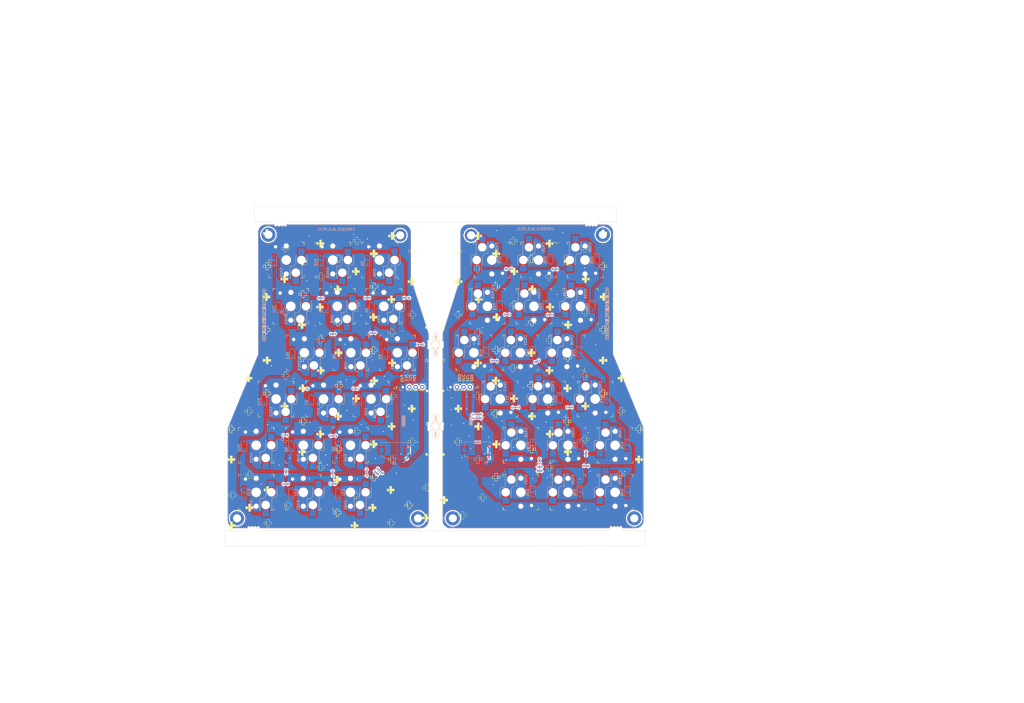
<source format=kicad_pcb>
(kicad_pcb (version 20240108) (generator "pcbnew") (generator_version "8.0")
  (title_block (title "CrossesMain-SixCol") (date "2024-12-16") (rev "1") (company "Vincent Franco"))
  (layers (0 "F.Cu" signal) (31 "B.Cu" signal) (34 "B.Paste" user) (35 "F.Paste" user) (36 "B.SilkS" user "B.Silkscreen") (37 "F.SilkS" user "F.Silkscreen") (38 "B.Mask" user) (39 "F.Mask" user) (44 "Edge.Cuts" user))
  (net 0 "")
  (net 1 "Net-(D1-A)")
  (net 2 "Net-(D2-A)")
  (net 3 "Net-(D3-A)")
  (net 4 "Net-(D4-A)")
  (net 5 "Net-(D5-A)")
  (net 6 "Net-(D6-A)")
  (net 7 "Net-(D7-A)")
  (net 8 "Net-(D8-A)")
  (net 9 "Net-(D9-A)")
  (net 10 "Net-(D10-A)")
  (net 11 "Net-(D11-A)")
  (net 12 "Net-(D12-A)")
  (net 13 "Net-(D14-A)")
  (net 14 "Net-(D15-A)")
  (net 15 "Net-(D13-A)")
  (net 16 "L-COL0")
  (net 17 "L-COL1")
  (net 18 "L-COL2")
  (net 19 "L-COL3")
  (net 20 "L-COL4")
  (net 21 "L-ROW0")
  (net 22 "L-ROW1")
  (net 23 "L-ROW2")
  (net 24 "SCL")
  (net 25 "GND")
  (net 26 "SDA")
  (net 27 "VCC")
  (net 29 "L-COLP")
  (net 30 "R-COL0")
  (net 31 "Net-(D16-A)")
  (net 32 "R-COL1")
  (net 33 "Net-(D17-A)")
  (net 34 "R-COL2")
  (net 35 "Net-(D18-A)")
  (net 36 "Net-(D19-A)")
  (net 37 "R-COL3")
  (net 38 "R-COL4")
  (net 39 "Net-(D20-A)")
  (net 40 "Net-(D21-A)")
  (net 41 "Net-(D22-A)")
  (net 42 "Net-(D23-A)")
  (net 43 "Net-(D24-A)")
  (net 44 "Net-(D25-A)")
  (net 45 "Net-(D26-A)")
  (net 46 "Net-(D27-A)")
  (net 47 "Net-(D28-A)")
  (net 48 "Net-(D29-A)")
  (net 49 "Net-(D30-A)")
  (net 50 "R-ROW0")
  (net 51 "R-ROW1")
  (net 52 "R-ROW2")
  (net 54 "VCC-R")
  (net 55 "SCL-R")
  (net 56 "Net-(D31-A)")
  (net 57 "SDA-R")
  (net 58 "Net-(D32-A)")
  (net 59 "Net-(D33-A)")
  (net 60 "R-COLP")
  (net 61 "Net-(D34-A)")
  (net 62 "Net-(D35-A)")
  (net 63 "Net-(D36-A)")
  (footprint "keyswitches:Kailh_socket_PG1350" (layer "F.Cu") (at 215.185348 149.56132 -90)
    (property "Reference" "CH23")
    (property "Value" "CPG135001S30")
  )
  (footprint "keyswitches:Kailh_socket_PG1350" (layer "F.Cu") (at 137.756099 167.786781 90)
    (property "Reference" "CH7")
    (property "Value" "CPG135001S30")
  )
  (footprint "keyswitches:Kailh_socket_PG1350" (layer "F.Cu") (at 202.21 131.28 -90)
    (property "Reference" "CH19")
    (property "Value" "CPG135001S30")
  )
  (footprint "PCM_marbastlib-various:mousebites_5p5mm_easysnap" (layer "F.Cu") (at 184.575 178.585)
    (property "Reference" "MB5" (hide yes))
    (property "Value" "5.5mm" (hide yes))
    (fp_line (start -4 -3.9) (end -4 -2.4) (stroke (width 0.1)) (layer "Edge.Cuts"))
    (fp_line (start -4 2.4) (end -4 3.9) (stroke (width 0.1)) (layer "Edge.Cuts"))
    (fp_line (start -1.5 -2.03) (end -1.5 -3.9) (stroke (width 0.1)) (layer "Edge.Cuts"))
    (fp_line (start -1.5 3.9) (end -1.5 2.03) (stroke (width 0.1)) (layer "Edge.Cuts"))
    (fp_arc (start -5.5 2.4) (mid -4.75 1.65) (end -4 2.4) (stroke (width 0.1)) (layer "Edge.Cuts"))
    (fp_arc (start -4 -3.9) (mid -2.75 -5.15) (end -1.5 -3.9) (stroke (width 0.1)) (layer "Edge.Cuts"))
    (fp_arc (start -4 -2.4) (mid -4.75 -1.65) (end -5.5 -2.4) (stroke (width 0.1)) (layer "Edge.Cuts"))
    (fp_arc (start -1.5 2.03) (mid -0.75 1.28) (end 0 2.03) (stroke (width 0.1)) (layer "Edge.Cuts"))
    (fp_arc (start -1.5 3.9) (mid -2.75 5.15) (end -4 3.9) (stroke (width 0.1)) (layer "Edge.Cuts"))
    (fp_arc (start 0 -2.03) (mid -0.75 -1.28) (end -1.5 -2.03) (stroke (width 0.1)) (layer "Edge.Cuts"))
  )
  (footprint "keyswitches:Kailh_socket_PG1350" (layer "F.Cu") (at 129.793098 204.486781 90)
    (property "Reference" "CH32")
    (property "Value" "CPG135001S30")
  )
  (footprint "keyswitches:Kailh_socket_PG1350" (layer "F.Cu") (at 124.881099 131.286781 90)
    (property "Reference" "CH14")
    (property "Value" "CPG135001S30")
  )
  (footprint "PCM_marbastlib-various:mousebites_1mm" (layer "F.Cu") (at 120.8 99.099999 -90)
    (property "Reference" "REF**" (hide yes))
    (property "Value" "mousebites 1mm" (hide yes))
    (fp_arc (start -1 2.75) (mid -0.5 2.25) (end 0 2.75) (stroke (width 0.05)) (layer "Edge.Cuts"))
    (fp_arc (start 0 -2.75) (mid -0.5 -2.25) (end -1 -2.75) (stroke (width 0.05)) (layer "Edge.Cuts"))
  )
  (footprint "keyswitches:Kailh_socket_PG1350" (layer "F.Cu") (at 215.34 185.97 -90)
    (property "Reference" "CH16")
    (property "Value" "CPG135001S30")
  )
  (footprint "PCM_marbastlib-various:mousebites_1mm" (layer "F.Cu") (at 110.25 218.6 90)
    (property "Reference" "REF**" (hide yes))
    (property "Value" "mousebites 1mm" (hide yes))
    (fp_arc (start 0 -2.75) (mid -0.5 -2.25) (end -1 -2.75) (stroke (width 0.05)) (layer "Edge.Cuts"))
    (fp_arc (start -1 2.75) (mid -0.5 2.25) (end 0 2.75) (stroke (width 0.05)) (layer "Edge.Cuts"))
  )
  (footprint "keyswitches:Kailh_socket_PG1350" (layer "F.Cu") (at 159.731099 113.061781 90)
    (property "Reference" "CH5")
    (property "Value" "CPG135001S30")
  )
  (footprint "keyswitches:Kailh_socket_PG1350" (layer "F.Cu") (at 233.473348 149.56132 -90)
    (property "Reference" "CH28")
    (property "Value" "CPG135001S30")
  )
  (footprint "keyswitches:Kailh_socket_PG1350" (layer "F.Cu") (at 111.256099 185.986781 90)
    (property "Reference" "CH11")
    (property "Value" "CPG135001S30")
  )
  (footprint "PCM_marbastlib-various:mousebites_5p5mm_easysnap" (layer "F.Cu") (at 184.575 146.32)
    (property "Reference" "MB5" (hide yes))
    (property "Value" "5.5mm" (hide yes))
    (fp_line (start -4 -3.9) (end -4 -2.4) (stroke (width 0.1)) (layer "Edge.Cuts"))
    (fp_line (start -4 2.4) (end -4 3.9) (stroke (width 0.1)) (layer "Edge.Cuts"))
    (fp_line (start -1.5 -2.03) (end -1.5 -3.9) (stroke (width 0.1)) (layer "Edge.Cuts"))
    (fp_line (start -1.5 3.9) (end -1.5 2.03) (stroke (width 0.1)) (layer "Edge.Cuts"))
    (fp_arc (start -5.5 2.4) (mid -4.75 1.65) (end -4 2.4) (stroke (width 0.1)) (layer "Edge.Cuts"))
    (fp_arc (start -4 -3.9) (mid -2.75 -5.15) (end -1.5 -3.9) (stroke (width 0.1)) (layer "Edge.Cuts"))
    (fp_arc (start -4 -2.4) (mid -4.75 -1.65) (end -5.5 -2.4) (stroke (width 0.1)) (layer "Edge.Cuts"))
    (fp_arc (start -1.5 2.03) (mid -0.75 1.28) (end 0 2.03) (stroke (width 0.1)) (layer "Edge.Cuts"))
    (fp_arc (start -1.5 3.9) (mid -2.75 5.15) (end -4 3.9) (stroke (width 0.1)) (layer "Edge.Cuts"))
    (fp_arc (start 0 -2.03) (mid -0.75 -1.28) (end -1.5 -2.03) (stroke (width 0.1)) (layer "Edge.Cuts"))
  )
  (footprint "keyswitches:Kailh_socket_PG1350" (layer "F.Cu") (at 225.923348 167.78632 -90)
    (property "Reference" "CH22")
    (property "Value" "CPG135001S30")
  )
  (footprint "keyswitches:Kailh_socket_PG1350" (layer "F.Cu") (at 240.582349 113.06132 -90)
    (property "Reference" "CH30")
    (property "Value" "CPG135001S30")
  )
  (footprint "MountingHole:MountingHole_3.2mm_M3_DIN965_Pad" (layer "F.Cu") (at 174.9 214.73 -90)
    (property "Reference" "H3" (hide yes))
    (property "Value" "MountingHole")
  )
  (footprint "keyswitches:Kailh_socket_PG1350" (layer "F.Cu") (at 143.169099 131.286781 90)
    (property "Reference" "CH9")
    (property "Value" "CPG135001S30")
  )
  (footprint "keyswitches:Kailh_socket_PG1350" (layer "F.Cu") (at 130.206099 149.561781 90)
    (property "Reference" "CH13")
    (property "Value" "CPG135001S30")
  )
  (footprint "keyswitches:Kailh_socket_PG1350" (layer "F.Cu") (at 244.592348 167.78632 -90)
    (property "Reference" "CH27")
    (property "Value" "CPG135001S30")
  )
  (footprint "art-warning:Crosses Icon" (layer "F.Cu") (at 99.95 199.075)
    (property "Reference" "REF**" (hide yes))
    (property "Value" "Crosses Icon" (hide yes))
  )
  (footprint "keyswitches:Kailh_socket_PG1350" (layer "F.Cu") (at 252.423348 204.48632 -90)
    (property "Reference" "CH36")
    (property "Value" "CPG135001S30")
  )
  (footprint "keyswitches:Kailh_socket_PG1350" (layer "F.Cu") (at 215.34 204.47 -90)
    (property "Reference" "CH34")
    (property "Value" "CPG135001S30")
  )
  (footprint "keyswitches:Kailh_socket_PG1350" (layer "F.Cu") (at 233.88 204.5 -90)
    (property "Reference" "CH35")
    (property "Value" "CPG135001S30")
  )
  (footprint "keyswitches:Kailh_socket_PG1350" (layer "F.Cu") (at 252.423348 185.98632 -90)
    (property "Reference" "CH26")
    (property "Value" "CPG135001S30")
  )
  (footprint "keyswitches:Kailh_socket_PG1350" (layer "F.Cu") (at 123.097098 113.061781 90)
    (property "Reference" "CH15")
    (property "Value" "CPG135001S30")
  )
  (footprint "keyswitches:Kailh_socket_PG1350" (layer "F.Cu") (at 148.330099 204.486781 90)
    (property "Reference" "CH31")
    (property "Value" "CPG135001S30")
  )
  (footprint "MountingHole:MountingHole_3.2mm_M3_DIN965_Pad" (layer "F.Cu") (at 116.079447 103.100461 -90)
    (property "Reference" "H1" (hide yes))
    (property "Value" "MountingHole")
  )
  (footprint "keyswitches:Kailh_socket_PG1350" (layer "F.Cu") (at 196.88 149.57 -90)
    (property "Reference" "CH18")
    (property "Value" "CPG135001S30")
  )
  (footprint "MountingHole:MountingHole_3.2mm_M3_DIN965_Pad" (layer "F.Cu") (at 103.729447 214.73 -90)
    (property "Reference" "H6" (hide yes))
    (property "Value" "MountingHole")
  )
  (footprint "PCM_marbastlib-various:mousebites_1mm" (layer "F.Cu") (at 252.775 218.6 90)
    (property "Reference" "REF**" (hide yes))
    (property "Value" "mousebites 1mm" (hide yes))
    (fp_arc (start 0 -2.75) (mid -0.5 -2.25) (end -1 -2.75) (stroke (width 0.05)) (layer "Edge.Cuts"))
    (fp_arc (start -1 2.75) (mid -0.5 2.25) (end 0 2.75) (stroke (width 0.05)) (layer "Edge.Cuts"))
  )
  (footprint "Connector_PinHeader_2.54mm:PinHeader_1x04_P2.54mm_Vertical" (layer "F.Cu") (at 168.94 163.1 90)
    (property "Reference" "J2")
    (property "Value" "Conn_01x04_Socket")
  )
  (footprint "keyswitches:Kailh_socket_PG1350" (layer "F.Cu") (at 203.93 113.06 -90)
    (property "Reference" "CH20")
    (property "Value" "CPG135001S30")
  )
  (footprint "MountingHole:MountingHole_3.2mm_M3_DIN965_Pad" (layer "F.Cu") (at 167.899447 103.350461 -90)
    (property "Reference" "H5" (hide yes))
    (property "Value" "MountingHole")
  )
  (footprint "keyswitches:Kailh_socket_PG1350" (layer "F.Cu") (at 233.88 186 -90)
    (property "Reference" "CH21")
    (property "Value" "CPG135001S30")
  )
  (footprint "keyswitches:Kailh_socket_PG1350" (layer "F.Cu") (at 161.457098 131.286781 90)
    (property "Reference" "CH4")
    (property "Value" "CPG135001S30")
  )
  (footprint "art-warning:gggw-logo" (layer "F.Cu") (at 165.6 200.9 -90)
    (property "Reference" "G***" (hide yes))
    (property "Value" "LOGO" (hide yes))
  )
  (footprint "keyswitches:Kailh_socket_PG1350" (layer "F.Cu") (at 111.256099 204.486781 90)
    (property "Reference" "CH33")
    (property "Value" "CPG135001S30")
  )
  (footprint "keyswitches:Kailh_socket_PG1350" (layer "F.Cu") (at 141.385099 113.061781 90)
    (property "Reference" "CH10")
    (property "Value" "CPG135001S30")
  )
  (footprint "PCM_marbastlib-various:mousebites_1mm" (layer "F.Cu") (at 243.075 99.1 -90)
    (property "Reference" "REF**" (hide yes))
    (property "Value" "mousebites 1mm" (hide yes))
    (fp_arc (start -1 2.75) (mid -0.5 2.25) (end 0 2.75) (stroke (width 0.05)) (layer "Edge.Cuts"))
    (fp_arc (start 0 -2.75) (mid -0.5 -2.25) (end -1 -2.75) (stroke (width 0.05)) (layer "Edge.Cuts"))
  )
  (footprint "keyswitches:Kailh_socket_PG1350" (layer "F.Cu") (at 148.494099 149.561781 90)
    (property "Reference" "CH8")
    (property "Value" "CPG135001S30")
  )
  (footprint "keyswitches:Kailh_socket_PG1350" (layer "F.Cu") (at 222.294348 113.06132 -90)
    (property "Reference" "CH25")
    (property "Value" "CPG135001S30")
  )
  (footprint "keyswitches:Kailh_socket_PG1350" (layer "F.Cu") (at 148.330099 185.986781 90)
    (property "Reference" "CH1")
    (property "Value" "CPG135001S30")
  )
  (footprint "keyswitches:Kailh_socket_PG1350" (layer "F.Cu") (at 207.25 167.79 -90)
    (property "Reference" "CH17")
    (property "Value" "CPG135001S30")
  )
  (footprint "Connector_PinHeader_2.54mm:PinHeader_1x04_P2.54mm_Vertical" (layer "F.Cu") (at 187.7 163.1 90)
    (property "Reference" "J4")
    (property "Value" "Conn_01x04_Socket")
  )
  (footprint "keyswitches:Kailh_socket_PG1350" (layer "F.Cu") (at 166.782099 149.561781 90)
    (property "Reference" "CH3")
    (property "Value" "CPG135001S30")
  )
  (footprint "keyswitches:Kailh_socket_PG1350" (layer "F.Cu") (at 129.793098 185.986781 90)
    (property "Reference" "CH6")
    (property "Value" "CPG135001S30")
  )
  (footprint "keyswitches:Kailh_socket_PG1350" (layer "F.Cu") (at 238.798348 131.28632 -90)
    (property "Reference" "CH29")
    (property "Value" "CPG135001S30")
  )
  (footprint "keyswitches:Kailh_socket_PG1350" (layer "F.Cu") (at 220.510348 131.28632 -90)
    (property "Reference" "CH24")
    (property "Value" "CPG135001S30")
  )
  (footprint "keyswitches:Kailh_socket_PG1350" (layer "F.Cu") (at 119.087099 167.786781 90)
    (property "Reference" "CH12")
    (property "Value" "CPG135001S30")
  )
  (footprint "art-warning:gggw-logo" (layer "F.Cu") (at 197.3 199.9 90)
    (property "Reference" "G***" (hide yes))
    (property "Value" "LOGO" (hide yes))
  )
  (footprint "keyswitches:Kailh_socket_PG1350" (layer "F.Cu") (at 156.425099 167.786781 90)
    (property "Reference" "CH2")
    (property "Value" "CPG135001S30")
  )
  (footprint "Diode_SMD:D_SOD-123" (layer "B.Cu") (at 249.29632 167.82132 -90)
    (property "Reference" "D27")
    (property "Value" "1N4148")
  )
  (footprint "Diode_SMD:D_SOD-123" (layer "B.Cu") (at 143.783127 149.521781 90)
    (property "Reference" "D8")
    (property "Value" "1N4148")
  )
  (footprint "Diode_SMD:D_SOD-123" (layer "B.Cu") (at 154.933127 112.921781 90)
    (property "Reference" "D5")
    (property "Value" "1N4148")
  )
  (footprint "Diode_SMD:D_SOD-123" (layer "B.Cu") (at 220.09632 204.57132 -90)
    (property "Reference" "D34")
    (property "Value" "1N4148")
  )
  (footprint "Diode_SMD:D_SOD-123" (layer "B.Cu") (at 156.683127 131.321781 90)
    (property "Reference" "D4")
    (property "Value" "1N4148")
  )
  (footprint "Connector_FFC-FPC:Hirose_FH12-14S-0.5SH_1x14-1MP_P0.50mm_Horizontal" (layer "B.Cu") (at 165.59 189.34)
    (property "Reference" "J3")
    (property "Value" "Conn_01x14_Pin")
  )
  (footprint "Diode_SMD:D_SOD-123" (layer "B.Cu") (at 120.183127 131.321781 90)
    (property "Reference" "D14")
    (property "Value" "1N4148")
  )
  (footprint "Diode_SMD:D_SOD-123" (layer "B.Cu") (at 238.59632 204.52132 -90)
    (property "Reference" "D35")
    (property "Value" "1N4148")
  )
  (footprint "Diode_SMD:D_SOD-123" (layer "B.Cu") (at 125.083127 204.521781 90)
    (property "Reference" "D32")
    (property "Value" "1N4148")
  )
  (footprint "MountingHole:MountingHole_3.2mm_M3_DIN965_Pad" (layer "B.Cu") (at 188.6 214.73 -90)
    (property "Reference" "H3" (hide yes))
    (property "Value" "MountingHole")
  )
  (footprint "MountingHole:MountingHole_3.2mm_M3_DIN965_Pad" (layer "B.Cu") (at 195.78 103.35 -90)
    (property "Reference" "H5" (hide yes))
    (property "Value" "MountingHole")
  )
  (footprint "Diode_SMD:D_SOD-123" (layer "B.Cu") (at 225.19632 131.32132 -90)
    (property "Reference" "D24")
    (property "Value" "1N4148")
  )
  (footprint "Diode_SMD:D_SOD-123" (layer "B.Cu") (at 211.99632 167.82132 -90)
    (property "Reference" "D17")
    (property "Value" "1N4148")
  )
  (footprint "Diode_SMD:D_SOD-123" (layer "B.Cu") (at 226.99632 113.02132 -90)
    (property "Reference" "D25")
    (property "Value" "1N4148")
  )
  (footprint "Diode_SMD:D_SOD-123" (layer "B.Cu") (at 161.983127 149.621781 90)
    (property "Reference" "D3")
    (property "Value" "1N4148")
  )
  (footprint "Diode_SMD:D_SOD-123" (layer "B.Cu") (at 132.983126 167.721781 90)
    (property "Reference" "D7")
    (property "Value" "1N4148")
  )
  (footprint "Diode_SMD:D_SOD-123" (layer "B.Cu") (at 143.583127 204.571781 90)
    (property "Reference" "D31")
    (property "Value" "1N4148")
  )
  (footprint "Diode_SMD:D_SOD-123" (layer "B.Cu") (at 138.483127 131.321781 90)
    (property "Reference" "D9")
    (property "Value" "1N4148")
  )
  (footprint "Diode_SMD:D_SOD-123" (layer "B.Cu") (at 125.483127 149.521781 90)
    (property "Reference" "D13")
    (property "Value" "1N4148")
  )
  (footprint "Diode_SMD:D_SOD-123" (layer "B.Cu") (at 114.383127 167.821781 90)
    (property "Reference" "D12")
    (property "Value" "1N4148")
  )
  (footprint "MountingHole:MountingHole_3.2mm_M3_DIN965_Pad" (layer "B.Cu") (at 247.6 103.1 -90)
    (property "Reference" "H1" (hide yes))
    (property "Value" "MountingHole")
  )
  (footprint "Diode_SMD:D_SOD-123" (layer "B.Cu") (at 245.296321 113.12132 -90)
    (property "Reference" "D30")
    (property "Value" "1N4148")
  )
  (footprint "Diode_SMD:D_SOD-123" (layer "B.Cu") (at 220.09632 186.07132 -90)
    (property "Reference" "D16")
    (property "Value" "1N4148")
  )
  (footprint "Diode_SMD:D_SOD-123" (layer "B.Cu") (at 230.696321 167.72132 -90)
    (property "Reference" "D22")
    (property "Value" "1N4148")
  )
  (footprint "Diode_SMD:D_SOD-123" (layer "B.Cu") (at 257.19632 186.02132 -90)
    (property "Reference" "D26")
    (property "Value" "1N4148")
  )
  (footprint "Diode_SMD:D_SOD-123" (layer "B.Cu") (at 208.74632 112.92132 -90)
    (property "Reference" "D20")
    (property "Value" "1N4148")
  )
  (footprint "Diode_SMD:D_SOD-123" (layer "B.Cu") (at 243.49632 131.32132 -90)
    (property "Reference" "D29")
    (property "Value" "1N4148")
  )
  (footprint "Connector_FFC-FPC:Hirose_FH12-14S-0.5SH_1x14-1MP_P0.50mm_Horizontal" (layer "B.Cu") (at 198.38 189.19)
    (property "Reference" "J1")
    (property "Value" "Conn_01x14_Pin")
  )
  (footprint "Diode_SMD:D_SOD-123" (layer "B.Cu") (at 106.483127 186.021781 90)
    (property "Reference" "D11")
    (property "Value" "1N4148")
  )
  (footprint "Diode_SMD:D_SOD-123" (layer "B.Cu") (at 201.69632 149.62132 -90)
    (property "Reference" "D18")
    (property "Value" "1N4148")
  )
  (footprint "Diode_SMD:D_SOD-123" (layer "B.Cu") (at 219.89632 149.52132 -90)
    (property "Reference" "D23")
    (property "Value" "1N4148")
  )
  (footprint "Diode_SMD:D_SOD-123" (layer "B.Cu") (at 238.19632 149.52132 -90)
    (property "Reference" "D28")
    (property "Value" "1N4148")
  )
  (footprint "Diode_SMD:D_SOD-123" (layer "B.Cu") (at 238.59632 186.02132 -90)
    (property "Reference" "D21")
    (property "Value" "1N4148")
  )
  (footprint "Diode_SMD:D_SOD-123" (layer "B.Cu") (at 136.683127 113.021781 90)
    (property "Reference" "D10")
    (property "Value" "1N4148")
  )
  (footprint "Diode_SMD:D_SOD-123" (layer "B.Cu") (at 206.99632 131.32132 -90)
    (property "Reference" "D19")
    (property "Value" "1N4148")
  )
  (footprint "Diode_SMD:D_SOD-123" (layer "B.Cu") (at 257.19632 204.52132 -90)
    (property "Reference" "D36")
    (property "Value" "1N4148")
  )
  (footprint "Diode_SMD:D_SOD-123" (layer "B.Cu") (at 151.683127 167.821781 90)
    (property "Reference" "D2")
    (property "Value" "1N4148")
  )
  (footprint "Diode_SMD:D_SOD-123" (layer "B.Cu") (at 118.383126 113.121781 90)
    (property "Reference" "D15")
    (property "Value" "1N4148")
  )
  (footprint "Diode_SMD:D_SOD-123" (layer "B.Cu") (at 125.083127 186.021781 90)
    (property "Reference" "D6")
    (property "Value" "1N4148")
  )
  (footprint "Diode_SMD:D_SOD-123" (layer "B.Cu") (at 143.583127 186.071781 90)
    (property "Reference" "D1")
    (property "Value" "1N4148")
  )
  (footprint "Diode_SMD:D_SOD-123" (layer "B.Cu") (at 106.483127 204.521781 90)
    (property "Reference" "D33")
    (property "Value" "1N4148")
  )
  (footprint "MountingHole:MountingHole_3.2mm_M3_DIN965_Pad" (layer "B.Cu") (at 259.95 214.73 -90)
    (property "Reference" "H6" (hide yes))
    (property "Value" "MountingHole")
  )
  (gr_arc (start 100.118696 179.494708) (mid 100.157201 179.107978) (end 100.269759 178.735991) (stroke (width 0.1)) (layer "Edge.Cuts"))
  (gr_line (start 179.075 143.92) (end 179.079447 142.410973) (stroke (width 0.1)) (layer "Edge.Cuts"))
  (gr_arc (start 112.079447 149.704234) (mid 112.041322 150.092909) (end 111.92838 150.46676) (stroke (width 0.1)) (layer "Edge.Cuts"))
  (gr_line (start 191.6 102.109464) (end 191.6 119.789488) (stroke (width 0.1)) (layer "Edge.Cuts"))
  (gr_arc (start 179.075 215.6) (mid 178.19632 217.72132) (end 176.075 218.6) (stroke (width 0.1)) (layer "Edge.Cuts"))
  (gr_arc (start 191.6 102.109464) (mid 192.478468 99.988292) (end 194.599464 99.109463) (stroke (width 0.1)) (layer "Edge.Cuts"))
  (gr_arc (start 112.079447 102.100958) (mid 112.958343 99.9795) (end 115.079944 99.100959) (stroke (width 0.1)) (layer "Edge.Cuts"))
  (gr_arc (start 172.173595 120.396356) (mid 172.103126 120.096785) (end 172.079447 119.789949) (stroke (width 0.1)) (layer "Edge.Cuts"))
  (gr_line (start 179.075 215.6) (end 179.075 180.985) (stroke (width 0.1)) (layer "Edge.Cuts"))
  (gr_line (start 123.55 99.099999) (end 169.079983 99.109924) (stroke (width 0.1)) (layer "Edge.Cuts"))
  (gr_line (start 184.575 176.555) (end 184.575 148.35) (stroke (width 0.1)) (layer "Edge.Cuts"))
  (gr_line (start 264.1 225.6) (end 99 225.7) (stroke (width 0.1)) (layer "Edge.Cuts"))
  (gr_line (start 179.075 176.185) (end 179.075 148.72) (stroke (width 0.1)) (layer "Edge.Cuts"))
  (gr_line (start 110.5 98.1) (end 110.5 92.1) (stroke (width 0.1)) (layer "Edge.Cuts"))
  (gr_arc (start 103.085167 218.600461) (mid 100.961798 217.719781) (end 100.085172 215.594747) (stroke (width 0.1)) (layer "Edge.Cuts"))
  (gr_arc (start 251.751067 150.466299) (mid 251.638121 150.092448) (end 251.6 149.703773) (stroke (width 0.1)) (layer "Edge.Cuts"))
  (gr_line (start 187.571128 218.6) (end 250.025 218.6) (stroke (width 0.1)) (layer "Edge.Cuts"))
  (gr_line (start 118.05 98.099999) (end 110.5 98.1) (stroke (width 0.1)) (layer "Edge.Cuts"))
  (gr_arc (start 248.599503 99.100498) (mid 250.721145 99.979001) (end 251.6 102.100497) (stroke (width 0.1)) (layer "Edge.Cuts"))
  (gr_arc (start 263.594275 215.594286) (mid 262.717619 217.719292) (end 260.59428 218.6) (stroke (width 0.1)) (layer "Edge.Cuts"))
  (gr_arc (start 178.985298 141.804566) (mid 179.055767 142.104137) (end 179.079447 142.410973) (stroke (width 0.1)) (layer "Edge.Cuts"))
  (gr_line (start 123.55 98.099999) (end 240.325 98.1) (stroke (width 0.1)) (layer "Edge.Cuts"))
  (gr_line (start 100.085172 215.594747) (end 100.118696 179.494708) (stroke (width 0.1)) (layer "Edge.Cuts"))
  (gr_line (start 264.1 219.6) (end 264.1 225.6) (stroke (width 0.1)) (layer "Edge.Cuts"))
  (gr_line (start 245.825 99.1) (end 248.599503 99.100498) (stroke (width 0.1)) (layer "Edge.Cuts"))
  (gr_line (start 184.575 144.29) (end 184.6 142.410512) (stroke (width 0.1)) (layer "Edge.Cuts"))
  (gr_line (start 263.594275 215.594286) (end 263.560751 179.494247) (stroke (width 0.1)) (layer "Edge.Cuts"))
  (gr_arc (start 169.079983 99.109924) (mid 171.200983 99.988776) (end 172.079447 102.109925) (stroke (width 0.1)) (layer "Edge.Cuts"))
  (gr_line (start 113 219.6) (end 250.025 219.6) (stroke (width 0.1)) (layer "Edge.Cuts"))
  (gr_line (start 251.6 149.703773) (end 251.6 102.100497) (stroke (width 0.1)) (layer "Edge.Cuts"))
  (gr_line (start 255.525 218.6) (end 260.59428 218.6) (stroke (width 0.1)) (layer "Edge.Cuts"))
  (gr_line (start 184.57113 215.603875) (end 184.575 180.615) (stroke (width 0.1)) (layer "Edge.Cuts"))
  (gr_line (start 245.825 98.1) (end 252.9 98.1) (stroke (width 0.1)) (layer "Edge.Cuts"))
  (gr_line (start 118.05 99.099999) (end 115.079944 99.100959) (stroke (width 0.1)) (layer "Edge.Cuts"))
  (gr_line (start 99 225.7) (end 99 219.6) (stroke (width 0.1)) (layer "Edge.Cuts"))
  (gr_line (start 255.525 219.6) (end 264.1 219.6) (stroke (width 0.1)) (layer "Edge.Cuts"))
  (gr_line (start 112.079447 149.704234) (end 112.079447 102.100958) (stroke (width 0.1)) (layer "Edge.Cuts"))
  (gr_arc (start 263.409688 178.73553) (mid 263.522245 179.107516) (end 263.560751 179.494247) (stroke (width 0.1)) (layer "Edge.Cuts"))
  (gr_line (start 107.5 218.6) (end 103.085167 218.600461) (stroke (width 0.1)) (layer "Edge.Cuts"))
  (gr_line (start 252.9 98.1) (end 252.9 92.1) (stroke (width 0.1)) (layer "Edge.Cuts"))
  (gr_arc (start 191.6 119.789488) (mid 191.576314 120.096322) (end 191.505852 120.395895) (stroke (width 0.1)) (layer "Edge.Cuts"))
  (gr_line (start 172.079447 102.109925) (end 172.079447 119.789949) (stroke (width 0.1)) (layer "Edge.Cuts"))
  (gr_line (start 111.92838 150.46676) (end 100.269759 178.735991) (stroke (width 0.1)) (layer "Edge.Cuts"))
  (gr_line (start 99 219.6) (end 107.5 219.6) (stroke (width 0.1)) (layer "Edge.Cuts"))
  (gr_arc (start 187.571128 218.6) (mid 185.45116 217.7227) (end 184.57113 215.603875) (stroke (width 0.1)) (layer "Edge.Cuts"))
  (gr_line (start 191.505852 120.395895) (end 184.694149 141.804105) (stroke (width 0.1)) (layer "Edge.Cuts"))
  (gr_arc (start 184.6 142.410512) (mid 184.623676 142.103676) (end 184.694149 141.804105) (stroke (width 0.1)) (layer "Edge.Cuts"))
  (gr_line (start 251.751067 150.466299) (end 263.409688 178.73553) (stroke (width 0.1)) (layer "Edge.Cuts"))
  (gr_line (start 172.173595 120.396356) (end 178.985298 141.804566) (stroke (width 0.1)) (layer "Edge.Cuts"))
  (gr_line (start 252.9 92.1) (end 110.5 92.1) (stroke (width 0.1)) (layer "Edge.Cuts"))
  (gr_line (start 113 218.6) (end 176.075 218.6) (stroke (width 0.1)) (layer "Edge.Cuts"))
  (gr_line (start 194.599464 99.109463) (end 240.325 99.1) (stroke (width 0.1)) (layer "Edge.Cuts"))
  (gr_text "DESIGNED WITH <3 IN MKE" (at 115.02 124.2 90) (layer "B.SilkS" knockout) (effects (font (size 1 1) (thickness 0.25)) (justify left bottom mirror)))
  (gr_text "CROSSES_6x3_REV1" (at 150.2 101.6 -0) (layer "B.SilkS") (effects (font (size 1 1)) (justify left bottom mirror)))
  (gr_text "DESIGNED WITH <3 IN MKE" (at 248.654084 144.64132 -90) (layer "B.SilkS" knockout) (effects (font (size 1 1) (thickness 0.25)) (justify left bottom mirror)))
  (gr_text "RIGHT" (at 168.59 178.78 270) (layer "B.SilkS" knockout) (effects (font (size 1 1)) (justify left bottom mirror)))
  (gr_text "CROSSES_6x3_REV1" (at 228.5 101.4 -0) (layer "B.SilkS") (effects (font (size 1 1)) (justify left bottom mirror)))
  (gr_text "LEFT" (at 196.29 174.58 90) (layer "B.SilkS" knockout) (effects (font (size 1 1)) (justify left bottom mirror)))
  (gr_text "GND\nVCC\nSCL\nSDA" (at 196.65 161 90) (layer "F.SilkS") (effects (font (size 1 1)) (justify left bottom)))
  (gr_text "SDA\nSCL\nVCC\nGND" (at 168 158 -90) (layer "F.SilkS") (effects (font (size 1 1)) (justify left bottom)))
  (segment (start 144.81 185.648654) (end 144.81 193.61) (width 0.2) (layer "B.Cu") (net 1))
  (segment (start 150.68188 195.66) (end 152.080099 194.261781) (width 0.2) (layer "B.Cu") (net 1))
  (segment (start 146.86 195.66) (end 150.68188 195.66) (width 0.2) (layer "B.Cu") (net 1))
  (segment (start 144.81 193.61) (end 146.86 195.66) (width 0.2) (layer "B.Cu") (net 1))
  (segment (start 143.583127 184.421781) (end 144.81 185.648654) (width 0.2) (layer "B.Cu") (net 1))
  (segment (start 153.379447 174.600461) (end 156.078986 177.3) (width 0.2) (layer "B.Cu") (net 2))
  (segment (start 156.078986 177.3) (end 158.936881 177.3) (width 0.2) (layer "B.Cu") (net 2))
  (segment (start 151.683127 166.171781) (end 151.683127 166.204141) (width 0.2) (layer "B.Cu") (net 2))
  (segment (start 158.936881 177.3) (end 160.175099 176.061782) (width 0.2) (layer "B.Cu") (net 2))
  (segment (start 153.379447 167.90046) (end 153.379447 174.600461) (width 0.2) (layer "B.Cu") (net 2))
  (segment (start 151.683127 166.204141) (end 153.379447 167.90046) (width 0.2) (layer "B.Cu") (net 2))
  (segment (start 165.566782 157.836782) (end 170.532099 157.836782) (width 0.2) (layer "B.Cu") (net 3))
  (segment (start 161.983127 148.004141) (end 163.679447 149.700461) (width 0.2) (layer "B.Cu") (net 3))
  (segment (start 163.679447 149.700461) (end 163.679447 155.949447) (width 0.2) (layer "B.Cu") (net 3))
  (segment (start 161.983127 147.971781) (end 161.983127 148.004141) (width 0.2) (layer "B.Cu") (net 3))
  (segment (start 163.679447 155.949447) (end 165.566782 157.836782) (width 0.2) (layer "B.Cu") (net 3))
  (segment (start 156.683127 129.704141) (end 158.379447 131.400461) (width 0.2) (layer "B.Cu") (net 4))
  (segment (start 158.379447 138.200461) (end 159.740767 139.561781) (width 0.2) (layer "B.Cu") (net 4))
  (segment (start 156.683127 129.671781) (end 156.683127 129.704141) (width 0.2) (layer "B.Cu") (net 4))
  (segment (start 158.379447 131.400461) (end 158.379447 138.200461) (width 0.2) (layer "B.Cu") (net 4))
  (segment (start 159.740767 139.561781) (end 165.207099 139.561782) (width 0.2) (layer "B.Cu") (net 4))
  (segment (start 156.679446 119.900461) (end 158.115767 121.336782) (width 0.2) (layer "B.Cu") (net 5))
  (segment (start 154.933127 111.271781) (end 154.950767 111.271781) (width 0.2) (layer "B.Cu") (net 5))
  (segment (start 158.115767 121.336782) (end 163.481099 121.336781) (width 0.2) (layer "B.Cu") (net 5))
  (segment (start 154.950767 111.271781) (end 156.679446 113.000461) (width 0.2) (layer "B.Cu") (net 5))
  (segment (start 156.679446 113.000461) (end 156.679446 119.900461) (width 0.2) (layer "B.Cu") (net 5))
  (segment (start 125.083127 184.371781) (end 125.083127 184.504141) (width 0.2) (layer "B.Cu") (net 6))
  (segment (start 125.083127 184.504141) (end 126.679447 186.100461) (width 0.2) (layer "B.Cu") (net 6))
  (segment (start 126.679447 186.100461) (end 126.679447 192.800461) (width 0.2) (layer "B.Cu") (net 6))
  (segment (start 130.118986 196.24) (end 131.564879 196.24) (width 0.2) (layer "B.Cu") (net 6))
  (segment (start 126.679447 192.800461) (end 130.118986 196.24) (width 0.2) (layer "B.Cu") (net 6))
  (segment (start 131.564879 196.24) (end 133.543098 194.261781) (width 0.2) (layer "B.Cu") (net 6))
  (segment (start 134.679447 167.800461) (end 134.679447 174.700461) (width 0.2) (layer "B.Cu") (net 7))
  (segment (start 140.30788 177.26) (end 141.506099 176.061781) (width 0.2) (layer "B.Cu") (net 7))
  (segment (start 134.679447 174.700461) (end 137.238986 177.26) (width 0.2) (layer "B.Cu") (net 7))
  (segment (start 132.983126 166.07178) (end 132.983126 166.10414) (width 0.2) (layer "B.Cu") (net 7))
  (segment (start 137.238986 177.26) (end 140.30788 177.26) (width 0.2) (layer "B.Cu") (net 7))
  (segment (start 132.983126 166.10414) (end 134.679447 167.800461) (width 0.2) (layer "B.Cu") (net 7))
  (segment (start 146.815766 157.836781) (end 152.244099 157.836781) (width 0.2) (layer "B.Cu") (net 8))
  (segment (start 143.850767 147.871781) (end 145.379447 149.400461) (width 0.2) (layer "B.Cu") (net 8))
  (segment (start 145.379447 149.400461) (end 145.379447 156.400461) (width 0.2) (layer "B.Cu") (net 8))
  (segment (start 143.783127 147.871781) (end 143.850767 147.871781) (width 0.2) (layer "B.Cu") (net 8))
  (segment (start 145.379447 156.400461) (end 146.815766 157.836781) (width 0.2) (layer "B.Cu") (net 8))
  (segment (start 138.483127 129.671781) (end 138.483127 129.704141) (width 0.2) (layer "B.Cu") (net 9))
  (segment (start 141.440767 139.561781) (end 146.919099 139.561782) (width 0.2) (layer "B.Cu") (net 9))
  (segment (start 138.483127 129.704141) (end 139.979447 131.200461) (width 0.2) (layer "B.Cu") (net 9))
  (segment (start 139.979447 138.100461) (end 141.440767 139.561781) (width 0.2) (layer "B.Cu") (net 9))
  (segment (start 139.979447 131.200461) (end 139.979447 138.100461) (width 0.2) (layer "B.Cu") (net 9))
  (segment (start 138.279447 119.900461) (end 139.715767 121.336781) (width 0.2) (layer "B.Cu") (net 10))
  (segment (start 138.279447 113.000462) (end 138.279447 119.900461) (width 0.2) (layer "B.Cu") (net 10))
  (segment (start 136.683126 111.404141) (end 138.279447 113.000462) (width 0.2) (layer "B.Cu") (net 10))
  (segment (start 139.715767 121.336781) (end 145.135099 121.336781) (width 0.2) (layer "B.Cu") (net 10))
  (segment (start 136.683126 111.371781) (end 136.683126 111.404141) (width 0.2) (layer "B.Cu") (net 10))
  (segment (start 106.483127 184.371781) (end 106.550766 184.371781) (width 0.2) (layer "B.Cu") (net 11))
  (segment (start 108.079446 185.900461) (end 108.079447 192.900461) (width 0.2) (layer "B.Cu") (net 11))
  (segment (start 111.098986 195.92) (end 113.34788 195.92) (width 0.2) (layer "B.Cu") (net 11))
  (segment (start 106.550766 184.371781) (end 108.079446 185.900461) (width 0.2) (layer "B.Cu") (net 11))
  (segment (start 108.079447 192.900461) (end 111.098986 195.92) (width 0.2) (layer "B.Cu") (net 11))
  (segment (start 113.34788 195.92) (end 115.006099 194.261781) (width 0.2) (layer "B.Cu") (net 11))
  (segment (start 115.6 174.3) (end 117.361782 176.061782) (width 0.2) (layer "B.Cu") (net 12))
  (segment (start 114.383127 166.204141) (end 115.6 167.421014) (width 0.2) (layer "B.Cu") (net 12))
  (segment (start 114.383127 166.171781) (end 114.383127 166.204141) (width 0.2) (layer "B.Cu") (net 12))
  (segment (start 115.6 167.421014) (end 115.6 174.3) (width 0.2) (layer "B.Cu") (net 12))
  (segment (start 117.361782 176.061782) (end 122.837099 176.061782) (width 0.2) (layer "B.Cu") (net 12))
  (segment (start 120.183127 129.704142) (end 121.779447 131.300461) (width 0.2) (layer "B.Cu") (net 13))
  (segment (start 123.140767 139.561781) (end 128.631099 139.561781) (width 0.2) (layer "B.Cu") (net 13))
  (segment (start 121.779447 138.200461) (end 123.140767 139.561781) (width 0.2) (layer "B.Cu") (net 13))
  (segment (start 121.779447 131.300461) (end 121.779447 138.200461) (width 0.2) (layer "B.Cu") (net 13))
  (segment (start 120.183127 129.671782) (end 120.183127 129.704142) (width 0.2) (layer "B.Cu") (net 13))
  (segment (start 119.979447 119.90046) (end 120.079447 119.900461) (width 0.2) (layer "B.Cu") (net 14))
  (segment (start 118.383127 111.504141) (end 119.979447 113.100461) (width 0.2) (layer "B.Cu") (net 14))
  (segment (start 119.979447 113.100461) (end 119.979447 119.90046) (width 0.2) (layer "B.Cu") (net 14))
  (segment (start 121.515766 121.336781) (end 126.847098 121.336781) (width 0.2) (layer "B.Cu") (net 14))
  (segment (start 118.383127 111.471781) (end 118.383127 111.504141) (width 0.2) (layer "B.Cu") (net 14))
  (segment (start 120.079447 119.900461) (end 121.515766 121.336781) (width 0.2) (layer "B.Cu") (net 14))
  (segment (start 125.483127 147.871781) (end 125.483127 147.904141) (width 0.2) (layer "B.Cu") (net 15))
  (segment (start 132.43288 159.36) (end 133.956099 157.836781) (width 0.2) (layer "B.Cu") (net 15))
  (segment (start 125.483127 147.904141) (end 126.91 149.331014) (width 0.2) (layer "B.Cu") (net 15))
  (segment (start 130.038986 159.36) (end 132.43288 159.36) (width 0.2) (layer "B.Cu") (net 15))
  (segment (start 126.91 156.231014) (end 130.038986 159.36) (width 0.2) (layer "B.Cu") (net 15))
  (segment (start 126.91 149.331014) (end 126.91 156.231014) (width 0.2) (layer "B.Cu") (net 15))
  (segment (start 140.479447 182.300462) (end 142.479447 182.300461) (width 0.2) (layer "F.Cu") (net 16))
  (segment (start 121.929447 182.000461) (end 123.379447 182.000461) (width 0.2) (layer "F.Cu") (net 16))
  (segment (start 142.479447 182.300461) (end 142.579447 182.200461) (width 0.2) (layer "F.Cu") (net 16))
  (via (at 121.929447 182.000461) (size 0.8) (drill 0.4) (layers "F.Cu" "B.Cu") (net 16))
  (via (at 140.479447 182.300462) (size 0.8) (drill 0.4) (layers "F.Cu" "B.Cu") (net 16))
  (via (at 123.379447 182.000461) (size 0.8) (drill 0.4) (layers "F.Cu" "B.Cu") (net 16))
  (via (at 142.579447 182.200461) (size 0.8) (drill 0.4) (layers "F.Cu" "B.Cu") (net 16))
  (segment (start 121.218127 182.711781) (end 121.929447 182.000461) (width 0.2) (layer "B.Cu") (net 16))
  (segment (start 124.479447 182.000461) (end 125.190767 182.711781) (width 0.2) (layer "B.Cu") (net 16))
  (segment (start 164.839999 185.079999) (end 164.839999 191.19) (width 0.2) (layer "B.Cu") (net 16))
  (segment (start 123.379447 182.000461) (end 124.479447 182.000461) (width 0.2) (layer "B.Cu") (net 16))
  (segment (start 117.206099 182.711781) (end 121.218127 182.711781) (width 0.2) (layer "B.Cu") (net 16))
  (segment (start 142.579447 182.200461) (end 142.978986 182.6) (width 0.2) (layer "B.Cu") (net 16))
  (segment (start 140.068127 182.711781) (end 140.479447 182.300462) (width 0.2) (layer "B.Cu") (net 16))
  (segment (start 162.471781 182.711781) (end 164.839999 185.079999) (width 0.2) (layer "B.Cu") (net 16))
  (segment (start 125.190767 182.711781) (end 140.068127 182.711781) (width 0.2) (layer "B.Cu") (net 16))
  (segment (start 142.978986 182.6) (end 154.168318 182.6) (width 0.2) (layer "B.Cu") (net 16))
  (segment (start 154.168318 182.6) (end 154.280099 182.711781) (width 0.2) (layer "B.Cu") (net 16))
  (segment (start 154.280099 182.711781) (end 162.471781 182.711781) (width 0.2) (layer "B.Cu") (net 16))
  (segment (start 129.929447 163.800462) (end 131.429447 163.800461) (width 0.2) (layer "F.Cu") (net 17))
  (segment (start 151.07 163.73) (end 149.605 163.73) (width 0.2) (layer "F.Cu") (net 17))
  (segment (start 149.605 163.73) (end 149.535 163.66) (width 0.2) (layer "F.Cu") (net 17))
  (via (at 129.929447 163.800462) (size 0.8) (drill 0.4) (layers "F.Cu" "B.Cu") (net 17))
  (via (at 149.535 163.66) (size 0.8) (drill 0.4) (layers "F.Cu" "B.Cu") (net 17))
  (via (at 131.429447 163.800461) (size 0.8) (drill 0.4) (layers "F.Cu" "B.Cu") (net 17))
  (via (at 151.07 163.73) (size 0.8) (drill 0.4) (layers "F.Cu" "B.Cu") (net 17))
  (segment (start 165.87 189.562941) (end 165.34 190.092941) (width 0.2) (layer "B.Cu") (net 17))
  (segment (start 148.683219 164.511781) (end 143.706099 164.511781) (width 0.2) (layer "B.Cu") (net 17))
  (segment (start 165.87 165.75) (end 165.87 189.562941) (width 0.2) (layer "B.Cu") (net 17))
  (segment (start 151.07 163.73) (end 151.851781 164.511781) (width 0.2) (layer "B.Cu") (net 17))
  (segment (start 129.218127 164.511781) (end 125.037099 164.511781) (width 0.2) (layer "B.Cu") (net 17))
  (segment (start 165.34 190.092941) (end 165.34 191.19) (width 0.2) (layer "B.Cu") (net 17))
  (segment (start 151.851781 164.511781) (end 162.375099 164.511781) (width 0.2) (layer "B.Cu") (net 17))
  (segment (start 149.535 163.66) (end 148.683219 164.511781) (width 0.2) (layer "B.Cu") (net 17))
  (segment (start 164.631781 164.511781) (end 165.87 165.75) (width 0.2) (layer "B.Cu") (net 17))
  (segment (start 132.140767 164.511781) (end 143.706099 164.511781) (width 0.2) (layer "B.Cu") (net 17))
  (segment (start 131.429447 163.800461) (end 132.140767 164.511781) (width 0.2) (layer "B.Cu") (net 17))
  (segment (start 129.929447 163.800462) (end 129.218127 164.511781) (width 0.2) (layer "B.Cu") (net 17))
  (segment (start 162.375099 164.511781) (end 164.631781 164.511781) (width 0.2) (layer "B.Cu") (net 17))
  (segment (start 176.87 146.35) (end 176.86 146.34) (width 0.2) (layer "F.Cu") (net 18))
  (segment (start 140.695627 142.200461) (end 142.195627 142.200461) (width 0.2) (layer "F.Cu") (net 18))
  (segment (start 156.3 141.800461) (end 158.079446 141.800461) (width 0.2) (layer "F.Cu") (net 18))
  (segment (start 176.86 146.34) (end 174.41 146.34) (width 0.2) (layer "F.Cu") (net 18))
  (via (at 156.3 141.800461) (size 0.8) (drill 0.4) (layers "F.Cu" "B.Cu") (net 18))
  (via (at 176.87 146.35) (size 0.8) (drill 0.4) (layers "F.Cu" "B.Cu") (net 18))
  (via (at 140.695627 142.200461) (size 0.8) (drill 0.4) (layers "F.Cu" "B.Cu") (net 18))
  (via (at 142.195627 142.200461) (size 0.8) (drill 0.4) (layers "F.Cu" "B.Cu") (net 18))
  (via (at 174.41 146.34) (size 0.8) (drill 0.4) (layers "F.Cu" "B.Cu") (net 18))
  (via (at 158.079446 141.800461) (size 0.8) (drill 0.4) (layers "F.Cu" "B.Cu") (net 18))
  (segment (start 136.793127 146.286781) (end 136.156099 146.286781) (width 0.2) (layer "B.Cu") (net 18))
  (segment (start 140.695626 142.384281) (end 136.793127 146.286781) (width 0.2) (layer "B.Cu") (net 18))
  (segment (start 154.444099 143.656362) (end 154.444099 146.286781) (width 0.2) (layer "B.Cu") (net 18))
  (segment (start 156.3 141.800461) (end 154.444099 143.656362) (width 0.2) (layer "B.Cu") (net 18))
  (segment (start 158.200461 141.800461) (end 162.686781 146.286781) (width 0.2) (layer "B.Cu") (net 18))
  (segment (start 167.28 189.849999) (end 166.84 190.289999) (width 0.2) (layer "B.Cu") (net 18))
  (segment (start 162.686781 146.286781) (end 172.732099 146.286781) (width 0.2) (layer "B.Cu") (net 18))
  (segment (start 176.87 146.35) (end 176.74 146.48) (width 0.2) (layer "B.Cu") (net 18))
  (segment (start 168.05 161.24) (end 167.28 162.01) (width 0.2) (layer "B.Cu") (net 18))
  (segment (start 176.74 146.48) (end 176.74 158.91) (width 0.2) (layer "B.Cu") (net 18))
  (segment (start 142.595627 142.600461) (end 150.757779 142.600461) (width 0.2) (layer "B.Cu") (net 18))
  (segment (start 142.195627 142.200461) (end 142.595627 142.600461) (width 0.2) (layer "B.Cu") (net 18))
  (segment (start 172.732099 146.286781) (end 174.356781 146.286781) (width 0.2) (layer "B.Cu") (net 18))
  (segment (start 176.74 158.91) (end 174.41 161.24) (width 0.2) (layer "B.Cu") (net 18))
  (segment (start 174.41 161.24) (end 168.05 161.24) (width 0.2) (layer "B.Cu") (net 18))
  (segment (start 158.079446 141.800461) (end 158.200461 141.800461) (width 0.2) (layer "B.Cu") (net 18))
  (segment (start 140.695627 142.200461) (end 140.695626 142.384281) (width 0.2) (layer "B.Cu") (net 18))
  (segment (start 150.757779 142.600461) (end 154.444099 146.286781) (width 0.2) (layer "B.Cu") (net 18))
  (segment (start 174.356781 146.286781) (end 174.41 146.34) (width 0.2) (layer "B.Cu") (net 18))
  (segment (start 166.84 190.289999) (end 166.84 191.19) (width 0.2) (layer "B.Cu") (net 18))
  (segment (start 167.28 162.01) (end 167.28 189.849999) (width 0.2) (layer "B.Cu") (net 18))
  (segment (start 171.37 127.95) (end 169.42 127.95) (width 0.2) (layer "F.Cu") (net 19))
  (segment (start 171.41 127.99) (end 171.37 127.95) (width 0.2) (layer "F.Cu") (net 19))
  (segment (start 154.208127 128) (end 155.7 128) (width 0.2) (layer "F.Cu") (net 19))
  (segment (start 137.383127 128.100461) (end 135.979447 128.100462) (width 0.2) (layer "F.Cu") (net 19))
  (via (at 137.383127 128.100461) (size 0.8) (drill 0.4) (layers "F.Cu" "B.Cu") (net 19))
  (via (at 155.7 128) (size 0.8) (drill 0.4) (layers "F.Cu" "B.Cu") (net 19))
  (via (at 169.42 127.95) (size 0.8) (drill 0.4) (layers "F.Cu" "B.Cu") (net 19))
  (via (at 154.208127 128) (size 0.8) (drill 0.4) (layers "F.Cu" "B.Cu") (net 19))
  (via (at 135.979447 128.100462) (size 0.8) (drill 0.4) (layers "F.Cu" "B.Cu") (net 19))
  (via (at 171.41 127.99) (size 0.8) (drill 0.4) (layers "F.Cu" "B.Cu") (net 19))
  (segment (start 169.41 128.03) (end 169.42 128.02) (width 0.2) (layer "B.Cu") (net 19))
  (segment (start 154.196346 128.011781) (end 154.208127 128) (width 0.2) (layer "B.Cu") (net 19))
  (segment (start 166.82 189.744313) (end 166.340001 190.224312) (width 0.2) (layer "B.Cu") (net 19))
  (segment (start 137.383127 128.100461) (end 149.030418 128.100461) (width 0.2) (layer "B.Cu") (net 19))
  (segment (start 171.33 138.58) (end 176.15 143.4) (width 0.2) (layer "B.Cu") (net 19))
  (segment (start 176.15 143.4) (end 176.15 158.73) (width 0.2) (layer "B.Cu") (net 19))
  (segment (start 166.82 161.58) (end 166.82 189.744313) (width 0.2) (layer "B.Cu") (net 19))
  (segment (start 166.340001 190.224312) (end 166.340001 191.19) (width 0.2) (layer "B.Cu") (net 19))
  (segment (start 135.890766 128.011781) (end 130.831099 128.011781) (width 0.2) (layer "B.Cu") (net 19))
  (segment (start 169.391781 128.011781) (end 169.41 128.03) (width 0.2) (layer "B.Cu") (net 19))
  (segment (start 171.33 128.07) (end 171.33 138.58) (width 0.2) (layer "B.Cu") (net 19))
  (segment (start 155.7 128) (end 155.711781 128.011781) (width 0.2) (layer "B.Cu") (net 19))
  (segment (start 169.42 128.02) (end 169.42 127.95) (width 0.2) (layer "B.Cu") (net 19))
  (segment (start 176.15 158.73) (end 174.1 160.78) (width 0.2) (layer "B.Cu") (net 19))
  (segment (start 171.41 127.99) (end 171.33 128.07) (width 0.2) (layer "B.Cu") (net 19))
  (segment (start 149.119099 128.011781) (end 154.196346 128.011781) (width 0.2) (layer "B.Cu") (net 19))
  (segment (start 174.1 160.78) (end 167.62 160.78) (width 0.2) (layer "B.Cu") (net 19))
  (segment (start 135.979447 128.100462) (end 135.890766 128.011781) (width 0.2) (layer "B.Cu") (net 19))
  (segment (start 155.711781 128.011781) (end 167.407098 128.011781) (width 0.2) (layer "B.Cu") (net 19))
  (segment (start 149.030418 128.100461) (end 149.119099 128.011781) (width 0.2) (layer "B.Cu") (net 19))
  (segment (start 167.407098 128.011781) (end 169.391781 128.011781) (width 0.2) (layer "B.Cu") (net 19))
  (segment (start 167.62 160.78) (end 166.82 161.58) (width 0.2) (layer "B.Cu") (net 19))
  (segment (start 173.59 159.83) (end 175.11 158.31) (width 0.2) (layer "B.Cu") (net 20))
  (segment (start 170.12 114.225682) (end 165.681099 109.786781) (width 0.2) (layer "B.Cu") (net 20))
  (segment (start 175.11 144.34) (end 170.12 139.35) (width 0.2) (layer "B.Cu") (net 20))
  (segment (start 166.4 189.598627) (end 166.4 165.38) (width 0.2) (layer "B.Cu") (net 20))
  (segment (start 166.4 165.38) (end 164.89 163.87) (width 0.2) (layer "B.Cu") (net 20))
  (segment (start 129.047098 109.786781) (end 147.335099 109.786781) (width 0.2) (layer "B.Cu") (net 20))
  (segment (start 166.62 159.83) (end 173.59 159.83) (width 0.2) (layer "B.Cu") (net 20))
  (segment (start 165.681099 109.786781) (end 147.335099 109.786781) (width 0.2) (layer "B.Cu") (net 20))
  (segment (start 165.84 190.158627) (end 166.4 189.598627) (width 0.2) (layer "B.Cu") (net 20))
  (segment (start 165.84 191.19) (end 165.84 190.158627) (width 0.2) (layer "B.Cu") (net 20))
  (segment (start 170.12 139.35) (end 170.12 114.225682) (width 0.2) (layer "B.Cu") (net 20))
  (segment (start 164.89 163.87) (end 164.89 161.56) (width 0.2) (layer "B.Cu") (net 20))
  (segment (start 164.89 161.56) (end 166.62 159.83) (width 0.2) (layer "B.Cu") (net 20))
  (segment (start 175.11 158.31) (end 175.11 144.34) (width 0.2) (layer "B.Cu") (net 20))
  (segment (start 141.4 196.121626) (end 141.358374 196.08) (width 0.2) (layer "F.Cu") (net 21))
  (segment (start 141.4 198.05) (end 141.4 196.121626) (width 0.2) (layer "F.Cu") (net 21))
  (segment (start 160.834975 196.914975) (end 159.71 195.79) (width 0.2) (layer "F.Cu") (net 21))
  (segment (start 159.69 195.79) (end 159.1 195.2) (width 0.2) (layer "F.Cu") (net 21))
  (segment (start 159.71 195.79) (end 159.69 195.79) (width 0.2) (layer "F.Cu") (net 21))
  (via (at 159.1 195.2) (size 0.8) (drill 0.4) (layers "F.Cu" "B.Cu") (net 21))
  (via (at 160.834975 196.914975) (size 0.8) (drill 0.4) (layers "F.Cu" "B.Cu") (net 21))
  (via (at 141.358374 196.08) (size 0.8) (drill 0.4) (layers "F.Cu" "B.Cu") (net 21))
  (via (at 141.4 198.05) (size 0.8) (drill 0.4) (layers "F.Cu" "B.Cu") (net 21))
  (segment (start 161.983127 151.271781) (end 162.87 152.158654) (width 0.2) (layer "B.Cu") (net 21))
  (segment (start 160.59 145.53) (end 160.59 149.878654) (width 0.2) (layer "B.Cu") (net 21))
  (segment (start 150.26 168.048654) (end 151.683127 169.471781) (width 0.2) (layer "B.Cu") (net 21))
  (segment (start 157.62 195.2) (end 156.61 196.21) (width 0.2) (layer "B.Cu") (net 21))
  (segment (start 157.1 142.04) (end 160.59 145.53) (width 0.2) (layer "B.Cu") (net 21))
  (segment (start 151.75 160.55) (end 150.26 162.04) (width 0.2) (layer "B.Cu") (net 21))
  (segment (start 150.26 162.04) (end 150.26 168.048654) (width 0.2) (layer "B.Cu") (net 21))
  (segment (start 161.510025 196.914975) (end 164.34 194.085) (width 0.2) (layer "B.Cu") (net 21))
  (segment (start 164.34 194.085) (end 164.34 191.19) (width 0.2) (layer "B.Cu") (net 21))
  (segment (start 156.683127 132.971781) (end 157.1 133.388654) (width 0.2) (layer "B.Cu") (net 21))
  (segment (start 157.66 157.71) (end 154.82 160.55) (width 0.2) (layer "B.Cu") (net 21))
  (segment (start 154.82 160.55) (end 151.75 160.55) (width 0.2) (layer "B.Cu") (net 21))
  (segment (start 154.933127 131.221781) (end 156.683127 132.971781) (width 0.2) (layer "B.Cu") (net 21))
  (segment (start 141.375 189.929908) (end 143.583127 187.721781) (width 0.2) (layer "B.Cu") (net 21))
  (segment (start 146.56 196.21) (end 144.08 193.73) (width 0.2) (layer "B.Cu") (net 21))
  (segment (start 161.07 157.71) (end 157.66 157.71) (width 0.2) (layer "B.Cu") (net 21))
  (segment (start 152.78 170.568654) (end 152.78 174.64) (width 0.2) (layer "B.Cu") (net 21))
  (segment (start 141.35 203.988654) (end 141.35 203.95) (width 0.2) (layer "B.Cu") (net 21))
  (segment (start 152.78 174.64) (end 150.25 177.17) (width 0.2) (layer "B.Cu") (net 21))
  (segment (start 143.583127 206.221781) (end 141.35 203.988654) (width 0.2) (layer "B.Cu") (net 21))
  (segment (start 144.08 188.218654) (end 143.583127 187.721781) (width 0.2) (layer "B.Cu") (net 21))
  (segment (start 141.58 185.718654) (end 143.583127 187.721781) (width 0.2) (layer "B.Cu") (net 21))
  (segment (start 141.358374 196.08) (end 141.375 196.063374) (width 0.2) (layer "B.Cu") (net 21))
  (segment (start 157.1 133.388654) (end 157.1 142.04) (width 0.2) (layer "B.Cu") (net 21))
  (segment (start 160.834975 196.914975) (end 161.510025 196.914975) (width 0.2) (layer "B.Cu") (net 21))
  (segment (start 141.375 196.063374) (end 141.375 189.929908) (width 0.2) (layer "B.Cu") (net 21))
  (segment (start 150.25 177.17) (end 144.409907 177.17) (width 0.2) (layer "B.Cu") (net 21))
  (segment (start 162.87 152.158654) (end 162.87 155.91) (width 0.2) (layer "B.Cu") (net 21))
  (segment (start 162.87 155.91) (end 161.07 157.71) (width 0.2) (layer "B.Cu") (net 21))
  (segment (start 151.683127 169.471781) (end 152.78 170.568654) (width 0.2) (layer "B.Cu") (net 21))
  (segment (start 141.35 203.95) (end 141.35 198.1) (width 0.2) (layer "B.Cu") (net 21))
  (segment (start 144.409907 177.17) (end 141.58 179.999907) (width 0.2) (layer "B.Cu") (net 21))
  (segment (start 154.933127 114.571781) (end 154.933127 131.221781) (width 0.2) (layer "B.Cu") (net 21))
  (segment (start 159.1 195.2) (end 157.62 195.2) (width 0.2) (layer "B.Cu") (net 21))
  (segment (start 160.59 149.878654) (end 161.983127 151.271781) (width 0.2) (layer "B.Cu") (net 21))
  (segment (start 141.35 198.1) (end 141.4 198.05) (width 0.2) (layer "B.Cu") (net 21))
  (segment (start 144.08 193.73) (end 144.08 188.218654) (width 0.2) (layer "B.Cu") (net 21))
  (segment (start 156.61 196.21) (end 146.56 196.21) (width 0.2) (layer "B.Cu") (net 21))
  (segment (start 141.58 179.999907) (end 141.58 185.718654) (width 0.2) (layer "B.Cu") (net 21))
  (segment (start 159.059975 197.439975) (end 159.059975 197.419975) (width 0.2) (layer "F.Cu") (net 22))
  (segment (start 123.05 197.11) (end 123.05 195.71) (width 0.2) (layer "F.Cu") (net 22))
  (segment (start 159.059975 197.419975) (end 157.95 196.31) (width 0.2) (layer "F.Cu") (net 22))
  (via (at 159.059975 197.439975) (size 0.8) (drill 0.4) (layers "F.Cu" "B.Cu") (net 22))
  (via (at 157.95 196.31) (size 0.8) (drill 0.4) (layers "F.Cu" "B.Cu") (net 22))
  (via (at 123.05 195.71) (size 0.8) (drill 0.4) (layers "F.Cu" "B.Cu") (net 22))
  (via (at 123.05 197.11) (size 0.8) (drill 0.4) (layers "F.Cu" "B.Cu") (net 22))
  (segment (start 134.19 171.18) (end 132.983126 169.973126) (width 0.2) (layer "B.Cu") (net 22))
  (segment (start 123.025 197.135) (end 123.05 197.11) (width 0.2) (layer "B.Cu") (net 22))
  (segment (start 157.95 196.31) (end 157.48 196.78) (width 0.2) (layer "B.Cu") (net 22))
  (segment (start 134.19 174.71) (end 134.19 171.18) (width 0.2) (layer "B.Cu") (net 22))
  (segment (start 130.704447 162.795553) (end 133.05 160.45) (width 0.2) (layer "B.Cu") (net 22))
  (segment (start 123.025 204.113654) (end 123.025 204.05) (width 0.2) (layer "B.Cu") (net 22))
  (segment (start 144.59 151.978654) (end 143.783127 151.171781) (width 0.2) (layer "B.Cu") (net 22))
  (segment (start 136.683127 114.671781) (end 136.683127 131.171781) (width 0.2) (layer "B.Cu") (net 22))
  (segment (start 137 160.45) (end 139.77 157.68) (width 0.2) (layer "B.Cu") (net 22))
  (segment (start 129.8 196.78) (end 125.96 192.94) (width 0.2) (layer "B.Cu") (net 22))
  (segment (start 141.420627 140.820627) (end 139.16 138.56) (width 0.2) (layer "B.Cu") (net 22))
  (segment (start 125.083127 206.171781) (end 123.025 204.113654) (width 0.2) (layer "B.Cu") (net 22))
  (segment (start 157.48 196.78) (end 129.8 196.78) (width 0.2) (layer "B.Cu") (net 22))
  (segment (start 144.59 156.31) (end 144.59 151.978654) (width 0.2) (layer "B.Cu") (net 22))
  (segment (start 139.16 133.648654) (end 138.483127 132.971781) (width 0.2) (layer "B.Cu") (net 22))
  (segment (start 125.96 192.94) (end 125.96 188.548654) (width 0.2) (layer "B.Cu") (net 22))
  (segment (start 123.05 195.71) (end 123.125 195.635) (width 0.2) (layer "B.Cu") (net 22))
  (segment (start 161.55 195.9) (end 163.840001 193.609999) (width 0.2) (layer "B.Cu") (net 22))
  (segment (start 125.49 176.864906) (end 126.294906 176.06) (width 0.2) (layer "B.Cu") (net 22))
  (segment (start 132.84 176.06) (end 134.19 174.71) (width 0.2) (layer "B.Cu") (net 22))
  (segment (start 132.983126 169.973126) (end 132.983126 169.371781) (width 0.2) (layer "B.Cu") (net 22))
  (segment (start 122.679447 181.520553) (end 125.49 178.71) (width 0.2) (layer "B.Cu") (net 22))
  (segment (start 130.704447 167.004447) (end 130.704447 162.795553) (width 0.2) (layer "B.Cu") (net 22))
  (segment (start 159.059975 197.439975) (end 160.59995 195.9) (width 0.2) (layer "B.Cu") (net 22))
  (segment (start 125.083127 187.671781) (end 122.679447 185.268101) (width 0.2) (layer "B.Cu") (net 22))
  (segment (start 123.125 195.635) (end 123.125 189.629908) (width 0.2) (layer "B.Cu") (net 22))
  (segment (start 143.22 157.68) (end 144.59 156.31) (width 0.2) (layer "B.Cu") (net 22))
  (segment (start 139.77 157.68) (end 143.22 157.68) (width 0.2) (layer "B.Cu") (net 22))
  (segment (start 163.840001 193.609999) (end 163.840001 191.19) (width 0.2) (layer "B.Cu") (net 22))
  (segment (start 132.983126 169.371781) (end 132.983126 169.283126) (width 0.2) (layer "B.Cu") (net 22))
  (segment (start 123.025 204.05) (end 123.025 197.135) (width 0.2) (layer "B.Cu") (net 22))
  (segment (start 141.420627 148.809281) (end 141.420627 140.820627) (width 0.2) (layer "B.Cu") (net 22))
  (segment (start 125.96 188.548654) (end 125.083127 187.671781) (width 0.2) (layer "B.Cu") (net 22))
  (segment (start 122.679447 185.268101) (end 122.679447 181.520553) (width 0.2) (layer "B.Cu") (net 22))
  (segment (start 123.125 189.629908) (end 125.083127 187.671781) (width 0.2) (layer "B.Cu") (net 22))
  (segment (start 136.683127 131.171781) (end 138.483127 132.971781) (width 0.2) (layer "B.Cu") (net 22))
  (segment (start 139.16 138.56) (end 139.16 133.648654) (width 0.2) (layer "B.Cu") (net 22))
  (segment (start 133.05 160.45) (end 137 160.45) (width 0.2) (layer "B.Cu") (net 22))
  (segment (start 126.294906 176.06) (end 132.84 176.06) (width 0.2) (layer "B.Cu") (net 22))
  (segment (start 125.49 178.68) (end 125.49 176.864906) (width 0.2) (layer "B.Cu") (net 22))
  (segment (start 143.783127 151.171781) (end 141.420627 148.809281) (width 0.2) (layer "B.Cu") (net 22))
  (segment (start 132.983126 169.283126) (end 130.704447 167.004447) (width 0.2) (layer "B.Cu") (net 22))
  (segment (start 160.59995 195.9) (end 161.55 195.9) (width 0.2) (layer "B.Cu") (net 22))
  (segment (start 156.7 197.67) (end 157.78 197.67) (width 0.2) (layer "B.Cu") (net 23))
  (segment (start 106.483127 206.171781) (end 106.171781 206.171781) (width 0.2) (layer "B.Cu") (net 23))
  (segment (start 113.02 168.108654) (end 114.383127 169.471781) (width 0.2) (layer "B.Cu") (net 23))
  (segment (start 107.51 188.698654) (end 107.51 193.02) (width 0.2) (layer "B.Cu") (net 23))
  (segment (start 157.78 197.67) (end 160.3 195.15) (width 0.2) (layer "B.Cu") (net 23))
  (segment (start 125.483127 151.171781) (end 125.483127 150.283127) (width 0.2) (layer "B.Cu") (net 23))
  (segment (start 118.379447 131.168101) (end 120.183127 132.971781) (width 0.2) (layer "B.Cu") (net 23))
  (segment (start 129.54 197.3) (end 156.33 197.3) (width 0.2) (layer "B.Cu") (net 23))
  (segment (start 107.51 193.02) (end 110.9 196.41) (width 0.2) (layer "B.Cu") (net 23))
  (segment (start 112.22 183.08) (end 105.46 183.08) (width 0.2) (layer "B.Cu") (net 23))
  (segment (start 161.355 195.15) (end 163.34 193.165) (width 0.2) (layer "B.Cu") (net 23))
  (segment (start 106.483127 187.671781) (end 107.51 188.698654) (width 0.2) (layer "B.Cu") (net 23))
  (segment (start 123.565 158.955) (end 116.065 158.955) (width 0.2) (layer "B.Cu") (net 23))
  (segment (start 120.97 133.758654) (end 120.183127 132.971781) (width 0.2) (layer "B.Cu") (net 23))
  (segment (start 113.02 162) (end 113.02 168.108654) (width 0.2) (layer "B.Cu") (net 23))
  (segment (start 106.171781 206.171781) (end 104.25 204.25) (width 0.2) (layer "B.Cu") (net 23))
  (segment (start 120.97 138.67) (end 120.97 133.758654) (width 0.2) (layer "B.Cu") (net 23))
  (segment (start 123.6 148.4) (end 123.6 141.3) (width 0.2) (layer "B.Cu") (net 23))
  (segment (start 160.3 195.15) (end 161.355 195.15) (width 0.2) (layer "B.Cu") (net 23))
  (segment (start 163.34 193.165) (end 163.34 191.19) (width 0.2) (layer "B.Cu") (net 23))
  (segment (start 128.65 196.41) (end 129.54 197.3) (width 0.2) (layer "B.Cu") (net 23))
  (segment (start 114.84 180.46) (end 112.22 183.08) (width 0.2) (layer "B.Cu") (net 23))
  (segment (start 156.33 197.3) (end 156.7 197.67) (width 0.2) (layer "B.Cu") (net 23))
  (segment (start 104.25 189.904908) (end 106.483127 187.671781) (width 0.2) (layer "B.Cu") (net 23))
  (segment (start 118.379447 114.775461) (end 118.379447 131.168101) (width 0.2) (layer "B.Cu") (net 23))
  (segment (start 105.1 183.44) (end 105.1 186.288654) (width 0.2) (layer "B.Cu") (net 23))
  (segment (start 116.065 158.955) (end 113.02 162) (width 0.2) (layer "B.Cu") (net 23))
  (segment (start 105.1 186.288654) (end 106.483127 187.671781) (width 0.2) (layer "B.Cu") (net 23))
  (segment (start 126.23 156.29) (end 123.565 158.955) (width 0.2) (layer "B.Cu") (net 23))
  (segment (start 114.383127 169.471781) (end 114.84 169.928654) (width 0.2) (layer "B.Cu") (net 23))
  (segment (start 114.84 169.928654) (end 114.84 180.46) (width 0.2) (layer "B.Cu") (net 23))
  (segment (start 104.25 204.25) (end 104.25 189.904908) (width 0.2) (layer "B.Cu") (net 23))
  (segment (start 110.9 196.41) (end 128.65 196.41) (width 0.2) (layer "B.Cu") (net 23))
  (segment (start 123.6 141.3) (end 120.97 138.67) (width 0.2) (layer "B.Cu") (net 23))
  (segment (start 105.46 183.08) (end 105.1 183.44) (width 0.2) (layer "B.Cu") (net 23))
  (segment (start 126.23 151.918654) (end 126.23 156.29) (width 0.2) (layer "B.Cu") (net 23))
  (segment (start 118.383126 114.771781) (end 118.379447 114.775461) (width 0.2) (layer "B.Cu") (net 23))
  (segment (start 125.483127 150.283127) (end 123.6 148.4) (width 0.2) (layer "B.Cu") (net 23))
  (segment (start 125.483127 151.171781) (end 126.23 151.918654) (width 0.2) (layer "B.Cu") (net 23))
  (segment (start 176.06 187.88) (end 176.06 165.140001) (width 0.2) (layer "B.Cu") (net 24))
  (segment (start 167.84 191.19) (end 167.84 192.72995) (width 0.2) (layer "B.Cu") (net 24))
  (segment (start 168.55005 193.44) (end 170.5 193.44) (width 0.2) (layer "B.Cu") (net 24))
  (segment (start 176.06 165.140001) (end 174.019999 163.1) (width 0.2) (layer "B.Cu") (net 24))
  (segment (start 167.84 192.72995) (end 168.55005 193.44) (width 0.2) (layer "B.Cu") (net 24))
  (segment (start 170.5 193.44) (end 176.06 187.88) (width 0.2) (layer "B.Cu") (net 24))
  (via (at 244.76 146.44) (size 0.8) (drill 0.4) (layers "F.Cu" "B.Cu") (net 25))
  (via (at 150.3 117.2) (size 0.8) (drill 0.4) (layers "F.Cu" "B.Cu") (net 25))
  (via (at 169.72 170.21) (size 0.8) (drill 0.4) (layers "F.Cu" "B.Cu") (net 25))
  (via (at 212.475 186.775) (size 0.8) (drill 0.4) (layers "F.Cu" "B.Cu") (net 25))
  (via (at 138.6 189.8) (size 0.8) (drill 0.4) (layers "F.Cu" "B.Cu") (net 25))
  (via (at 196.9 146.1) (size 0.8) (drill 0.4) (layers "F.Cu" "B.Cu") (net 25))
  (via (at 228.14 192.13) (size 0.8) (drill 0.4) (layers "F.Cu" "B.Cu") (net 25))
  (via (at 235.8 159.26) (size 0.8) (drill 0.4) (layers "F.Cu" "B.Cu") (net 25))
  (via (at 152.61 177.83) (size 0.8) (drill 0.4) (layers "F.Cu" "B.Cu") (net 25))
  (via (at 152.5 134.9) (size 0.8) (drill 0.4) (layers "F.Cu" "B.Cu") (net 25))
  (via (at 192.1 190.87) (size 0.8) (drill 0.4) (layers "F.Cu" "B.Cu") (net 25))
  (via (at 256.225 196.3) (size 0.8) (drill 0.4) (layers "F.Cu" "B.Cu") (net 25))
  (via (at 171.4 152) (size 0.8) (drill 0.4) (layers "F.Cu" "B.Cu") (net 25))
  (via (at 204.475 201.525) (size 0.8) (drill 0.4) (layers "F.Cu" "B.Cu") (net 25))
  (via (at 146.7 160.1) (size 0.8) (drill 0.4) (layers "F.Cu" "B.Cu") (net 25))
  (via (at 131.95 103.66) (size 0.8) (drill 0.4) (layers "F.Cu" "B.Cu") (net 25))
  (via (at 168.76 140.96) (size 0.8) (drill 0.4) (layers "F.Cu" "B.Cu") (net 25))
  (via (at 211.39 106.39) (size 0.8) (drill 0.4) (layers "F.Cu" "B.Cu") (net 25))
  (via (at 147 172.3) (size 0.8) (drill 0.4) (layers "F.Cu" "B.Cu") (net 25))
  (via (at 200.52 179.47) (size 0.8) (drill 0.4) (layers "F.Cu" "B.Cu") (net 25))
  (via (at 188 178.07) (size 0.8) (drill 0.4) (layers "F.Cu" "B.Cu") (net 25))
  (via (at 194.11 171.72) (size 0.8) (drill 0.4) (layers "F.Cu" "B.Cu") (net 25))
  (via (at 158.17 191.17) (size 0.8) (drill 0.4) (layers "F.Cu" "B.Cu") (net 25))
  (via (at 161.7 158.8) (size 0.8) (drill 0.4) (layers "F.Cu" "B.Cu") (net 25))
  (via (at 139.125 193.675) (size 0.8) (drill 0.4) (layers "F.Cu" "B.Cu") (net 25))
  (via (at 205.36 121.7) (size 0.8) (drill 0.4) (layers "F.Cu" "B.Cu") (net 25))
  (via (at 117.3 154.7) (size 0.8) (drill 0.4) (layers "F.Cu" "B.Cu") (net 25))
  (via (at 240.44 116.11) (size 0.8) (drill 0.4) (layers "F.Cu" "B.Cu") (net 25))
  (via (at 229.62 126.52) (size 0.8) (drill 0.4) (layers "F.Cu" "B.Cu") (net 25))
  (via (at 234.47 138.69) (size 0.8) (drill 0.4) (layers "F.Cu" "B.Cu") (net 25))
  (via (at 201.14 189.38) (size 0.8) (drill 0.4) (layers "F.Cu" "B.Cu") (net 25))
  (via (at 120.3 193.8) (size 0.8) (drill 0.4) (layers "F.Cu" "B.Cu") (net 25))
  (via (at 188.09 167.37) (size 0.8) (drill 0.4) (layers "F.Cu" "B.Cu") (net 25))
  (via (at 242.625 196.2) (size 0.8) (drill 0.4) (layers "F.Cu" "B.Cu") (net 25))
  (via (at 216.3 163.3) (size 0.8) (drill 0.4) (layers "F.Cu" "B.Cu") (net 25))
  (via (at 205.95 101.46) (size 0.8) (drill 0.4) (layers "F.Cu" "B.Cu") (net 25))
  (via (at 168.3 189.5) (size 0.8) (drill 0.4) (layers "F.Cu" "B.Cu") (net 25))
  (via (at 219.2 120.2) (size 0.8) (drill 0.4) (layers "F.Cu" "B.Cu") (net 25))
  (via (at 189.58 184.9) (size 0.8) (drill 0.4) (layers "F.Cu" "B.Cu") (net 25))
  (via (at 151.075 199.175) (size 0.8) (drill 0.4) (layers "F.Cu" "B.Cu") (net 25))
  (via (at 131.2 121.3) (size 0.8) (drill 0.4) (layers "F.Cu" "B.Cu") (net 25))
  (via (at 195.69 187.42) (size 0.8) (drill 0.4) (layers "F.Cu" "B.Cu") (net 25))
  (via (at 157 152.4) (size 0.8) (drill 0.4) (layers "F.Cu" "B.Cu") (net 25))
  (via (at 173.05 176.14) (size 0.8) (drill 0.4) (layers "F.Cu" "B.Cu") (net 25))
  (via (at 202.32 192.48) (size 0.8) (drill 0.4) (layers "F.Cu" "B.Cu") (net 25))
  (via (at 192.91 177.38) (size 0.8) (drill 0.4) (layers "F.Cu" "B.Cu") (net 25))
  (via (at 187.92 171.99) (size 0.8) (drill 0.4) (layers "F.Cu" "B.Cu") (net 25))
  (via (at 142.85 190.9) (size 0.8) (drill 0.4) (layers "F.Cu" "B.Cu") (net 25))
  (via (at 161.27 180.58) (size 0.8) (drill 0.4) (layers "F.Cu" "B.Cu") (net 25))
  (via (at 210.4 146.9) (size 0.8) (drill 0.4) (layers "F.Cu" "B.Cu") (net 25))
  (via (at 209.55 191.83) (size 0.8) (drill 0.4) (layers "F.Cu" "B.Cu") (net 25))
  (via (at 194.91 182.47) (size 0.8) (drill 0.4) (layers "F.Cu" "B.Cu") (net 25))
  (via (at 166.42 196.96) (size 0.8) (drill 0.4) (layers "F.Cu" "B.Cu") (net 25))
  (via (at 230.11 106.29) (size 0.8) (drill 0.4) (layers "F.Cu" "B.Cu") (net 25))
  (via (at 207.3 164.5) (size 0.8) (drill 0.4) (layers "F.Cu" "B.Cu") (net 25))
  (via (at 225.2 176.9) (size 0.8) (drill 0.4) (layers "F.Cu" "B.Cu") (net 25))
  (via (at 124.6 190.925) (size 0.8) (drill 0.4) (layers "F.Cu" "B.Cu") (net 25))
  (via (at 113.225 201.35) (size 0.8) (drill 0.4) (layers "F.Cu" "B.Cu") (net 25))
  (via (at 225.725 198.775) (size 0.8) (drill 0.4) (layers "F.Cu" "B.Cu") (net 25))
  (via (at 167.2 120.5) (size 0.8) (drill 0.4) (layers "F.Cu" "B.Cu") (net 25))
  (via (at 149.61 103.03) (size 0.8) (drill 0.4) (layers "F.Cu" "B.Cu") (net 25))
  (via (at 200.3 139.7) (size 0.8) (drill 0.4) (layers "F.Cu" "B.Cu") (net 25))
  (via (at 132.4 176.9) (size 0.8) (drill 0.4) (layers "F.Cu" "B.Cu") (net 25))
  (via (at 126 159.8) (size 0.8) (drill 0.4) (layers "F.Cu" "B.Cu") (net 25))
  (via (at 190.75 133.45) (size 0.8) (drill 0.4) (layers "F.Cu" "B.Cu") (net 25))
  (via (at 202.65 182.83) (size 0.8) (drill 0.4) (layers "F.Cu" "B.Cu") (net 25))
  (via (at 140.7 123.6) (size 0.8) (drill 0.4) (layers "F.Cu" "B.Cu") (net 25))
  (via (at 169.3 192.6) (size 0.8) (drill 0.4) (layers "F.Cu" "B.Cu") (net 25))
  (via (at 174.72 184.68) (size 0.8) (drill 0.4) (layers "F.Cu" "B.Cu") (net 25))
  (via (at 115.7 177.9) (size 0.8) (drill 0.4) (layers "F.Cu" "B.Cu") (net 25))
  (via (at 154.97 104.79) (size 0.8) (drill 0.4) (layers "F.Cu" "B.Cu") (net 25))
  (via (at 217.6 138.69) (size 0.8) (drill 0.4) (layers "F.Cu" "B.Cu") (net 25))
  (via (at 207.98 176.4) (size 0.8) (drill 0.4) (layers "F.Cu" "B.Cu") (net 25))
  (via (at 146.2 146.3) (size 0.8) (drill 0.4) (layers "F.Cu" "B.Cu") (net 25))
  (via (at 158.2 186.3) (size 0.8) (drill 0.4) (layers "F.Cu" "B.Cu") (net 25))
  (via (at 231.79 102.31) (size 0.8) (drill 0.4) (layers "F.Cu" "B.Cu") (net 25))
  (via (at 194.08 166.86) (size 0.8) (drill 0.4) (layers "F.Cu" "B.Cu") (net 25))
  (via (at 132.2 199.125) (size 0.8) (drill 0.4) (layers "F.Cu" "B.Cu") (net 25))
  (via (at 241.8 181.1) (size 0.8) (drill 0.4) (layers "F.Cu" "B.Cu") (net 25))
  (via (at 219.975 199.075) (size 0.8) (drill 0.4) (layers "F.Cu" "B.Cu") (net 25))
  (via (at 134.4 139) (size 0.8) (drill 0.4) (layers "F.Cu" "B.Cu") (net 25))
  (via (at 238.575 199.25) (size 0.8) (drill 0.4) (layers "F.Cu" "B.Cu") (net 25))
  (segment (start 201.13 191.940001) (end 201.13 191.04) (width 0.2) (layer "B.Cu") (net 25))
  (segment (start 169.3 192.6) (end 168.849999 192.6) (width 0.2) (layer "B.Cu") (net 25))
  (segment (start 201.14 190.13) (end 201.13 190.14) (width 0.2) (layer "B.Cu") (net 25))
  (segment (start 168.34 192.090001) (end 168.34 191.19) (width 0.2) (layer "B.Cu") (net 25))
  (segment (start 201.13 190.14) (end 201.13 191.04) (width 0.2) (layer "B.Cu") (net 25))
  (segment (start 168.3 189.5) (end 168.34 189.54) (width 0.2) (layer "B.Cu") (net 25))
  (segment (start 168.849999 192.6) (end 168.34 192.090001) (width 0.2) (layer "B.Cu") (net 25))
  (segment (start 201.669999 192.48) (end 201.13 191.940001) (width 0.2) (layer "B.Cu") (net 25))
  (segment (start 201.14 189.38) (end 201.14 190.13) (width 0.2) (layer "B.Cu") (net 25))
  (segment (start 202.32 192.48) (end 201.669999 192.48) (width 0.2) (layer "B.Cu") (net 25))
  (segment (start 168.34 189.54) (end 168.34 191.19) (width 0.2) (layer "B.Cu") (net 25))
  (segment (start 168.34 194.02) (end 167.339999 193.019999) (width 0.2) (layer "B.Cu") (net 26))
  (segment (start 176.56 188.095) (end 170.635 194.02) (width 0.2) (layer "B.Cu") (net 26))
  (segment (start 176.56 163.1) (end 176.56 188.095) (width 0.2) (layer "B.Cu") (net 26))
  (segment (start 170.635 194.02) (end 168.34 194.02) (width 0.2) (layer "B.Cu") (net 26))
  (segment (start 167.339999 193.019999) (end 167.339999 191.19) (width 0.2) (layer "B.Cu") (net 26))
  (segment (start 171.48 163.1) (end 171.48 190.22) (width 0.4) (layer "F.Cu") (net 27))
  (segment (start 171.48 190.22) (end 170.46 191.24) (width 0.4) (layer "F.Cu") (net 27))
  (via (at 170.46 191.24) (size 0.8) (drill 0.4) (layers "F.Cu" "B.Cu") (net 27))
  (segment (start 170.46 191.24) (end 168.8932 191.24) (width 0.4) (layer "B.Cu") (net 27))
  (segment (start 168.8932 191.24) (end 168.8932 191.190001) (width 0.4) (layer "B.Cu") (net 27))
  (segment (start 122.025 201.25) (end 123.725 201.25) (width 0.2) (layer "F.Cu") (net 29))
  (segment (start 154.7 198) (end 154.7 195.535) (width 0.2) (layer "F.Cu") (net 29))
  (segment (start 154.7 195.535) (end 154.725 195.51) (width 0.2) (layer "F.Cu") (net 29))
  (segment (start 142.15 201.1) (end 142.225 201.175) (width 0.2) (layer "F.Cu") (net 29))
  (segment (start 140.475 201.1) (end 142.15 201.1) (width 0.2) (layer "F.Cu") (net 29))
  (via (at 122.025 201.25) (size 0.8) (drill 0.4) (layers "F.Cu" "B.Cu") (net 29))
  (via (at 123.725 201.25) (size 0.8) (drill 0.4) (layers "F.Cu" "B.Cu") (net 29))
  (via (at 140.475 201.1) (size 0.8) (drill 0.4) (layers "F.Cu" "B.Cu") (net 29))
  (via (at 154.7 198) (size 0.8) (drill 0.4) (layers "F.Cu" "B.Cu") (net 29))
  (via (at 142.225 201.175) (size 0.8) (drill 0.4) (layers "F.Cu" "B.Cu") (net 29))
  (via (at 154.725 195.51) (size 0.8) (drill 0.4) (layers "F.Cu" "B.Cu") (net 29))
  (segment (start 140.363219 201.211781) (end 140.475 201.1) (width 0.2) (layer "B.Cu") (net 29))
  (segment (start 162.84 191.19) (end 162.84 192.86) (width 0.2) (layer "B.Cu") (net 29))
  (segment (start 142.261781 201.211781) (end 154.280099 201.211781) (width 0.2) (layer "B.Cu") (net 29))
  (segment (start 124.113219 201.211781) (end 135.743098 201.211781) (width 0.2) (layer "B.Cu") (net 29))
  (segment (start 142.225 201.175) (end 142.261781 201.211781) (width 0.2) (layer "B.Cu") (net 29))
  (segment (start 123.725 201.25) (end 124.075 201.25) (width 0.2) (layer "B.Cu") (net 29))
  (segment (start 121.986781 201.211781) (end 122.025 201.25) (width 0.2) (layer "B.Cu") (net 29))
  (segment (start 117.206099 201.211781) (end 121.986781 201.211781) (width 0.2) (layer "B.Cu") (net 29))
  (segment (start 124.075 201.25) (end 124.113219 201.211781) (width 0.2) (layer "B.Cu") (net 29))
  (segment (start 154.280099 201.211781) (end 154.280099 198.419901) (width 0.2) (layer "B.Cu") (net 29))
  (segment (start 161.475 194.225) (end 156.01 194.225) (width 0.2) (layer "B.Cu") (net 29))
  (segment (start 156.01 194.225) (end 154.725 195.51) (width 0.2) (layer "B.Cu") (net 29))
  (segment (start 135.743098 201.211781) (end 140.363219 201.211781) (width 0.2) (layer "B.Cu") (net 29))
  (segment (start 162.84 192.86) (end 161.475 194.225) (width 0.2) (layer "B.Cu") (net 29))
  (segment (start 154.280099 198.419901) (end 154.7 198) (width 0.2) (layer "B.Cu") (net 29))
  (segment (start 209.39 189.245) (end 216.625 189.245) (width 0.2) (layer "B.Cu") (net 30))
  (segment (start 217.13 189.75) (end 220.5 189.75) (width 0.2) (layer "B.Cu") (net 30))
  (segment (start 207.53 193.3) (end 205.13 195.7) (width 0.2) (layer "B.Cu") (net 30))
  (segment (start 207.53 191.105) (end 207.53 193.3) (width 0.2) (layer "B.Cu") (net 30))
  (segment (start 216.625 189.245) (end 217.13 189.75) (width 0.2) (layer "B.Cu") (net 30))
  (segment (start 227.936349 189.266349) (end 231.645 192.975) (width 0.2) (layer "B.Cu") (net 30))
  (segment (start 197.629999 192.919999) (end 197.629999 191.04) (width 0.2) (layer "B.Cu") (net 30))
  (segment (start 227.936349 189.353651) (end 227.936349 189.266349) (width 0.2) (layer "B.Cu") (net 30))
  (segment (start 231.645 192.975) (end 238.369314 192.975) (width 0.2) (layer "B.Cu") (net 30))
  (segment (start 221.05 190.3) (end 221.05 191.375) (width 0.2) (layer "B.Cu") (net 30))
  (segment (start 239.5 189.775) (end 240.01368 189.26132) (width 0.2) (layer "B.Cu") (net 30))
  (segment (start 200.41 195.7) (end 197.629999 192.919999) (width 0.2) (layer "B.Cu") (net 30))
  (segment (start 225.23 192.06) (end 227.936349 189.353651) (width 0.2) (layer "B.Cu") (net 30))
  (segment (start 209.39 189.245) (end 207.53 191.105) (width 0.2) (layer "B.Cu") (net 30))
  (segment (start 239.5 191.844314) (end 239.5 189.775) (width 0.2) (layer "B.Cu") (net 30))
  (segment (start 220.5 189.75) (end 221.05 190.3) (width 0.2) (layer "B.Cu") (net 30))
  (segment (start 238.369314 192.975) (end 239.5 191.844314) (width 0.2) (layer "B.Cu") (net 30))
  (segment (start 240.01368 189.26132) (end 246.473348 189.26132) (width 0.2) (layer "B.Cu") (net 30))
  (segment (start 221.735 192.06) (end 225.23 192.06) (width 0.2) (layer "B.Cu") (net 30))
  (segment (start 205.13 195.7) (end 200.41 195.7) (width 0.2) (layer "B.Cu") (net 30))
  (segment (start 221.05 191.375) (end 221.735 192.06) (width 0.2) (layer "B.Cu") (net 30))
  (segment (start 220.09632 187.72132) (end 218.88 186.505) (width 0.2) (layer "B.Cu") (net 31))
  (segment (start 216.14 177.7) (end 211.610668 177.7) (width 0.2) (layer "B.Cu") (net 31))
  (segment (start 218.88 186.505) (end 218.88 180.44) (width 0.2) (layer "B.Cu") (net 31))
  (segment (start 211.610668 177.7) (end 211.599348 177.71132) (width 0.2) (layer "B.Cu") (net 31))
  (segment (start 218.88 180.44) (end 216.14 177.7) (width 0.2) (layer "B.Cu") (net 31))
  (segment (start 233.65 171.06) (end 235.35 171.06) (width 0.2) (layer "F.Cu") (net 32))
  (segment (start 235.35 171.06) (end 235.37 171.04) (width 0.2) (layer "F.Cu") (net 32))
  (segment (start 212.154084 171.11132) (end 214.454084 171.11132) (width 0.2) (layer "F.Cu") (net 32))
  (via (at 214.454084 171.11132) (size 0.8) (drill 0.4) (layers "F.Cu" "B.Cu") (net 32))
  (via (at 233.65 171.06) (size 0.8) (drill 0.4) (layers "F.Cu" "B.Cu") (net 32))
  (via (at 235.37 171.04) (size 0.8) (drill 0.4) (layers "F.Cu" "B.Cu") (net 32))
  (via (at 212.154084 171.11132) (size 0.8) (drill 0.4) (layers "F.Cu" "B.Cu") (net 32))
  (segment (start 220.004668 171.03) (end 219.973348 171.06132) (width 0.2) (layer "B.Cu") (net 32))
  (segment (start 204 171.06132) (end 203.99632 171.065) (width 0.2) (layer "B.Cu") (net 32))
  (segment (start 235.37 171.04) (end 235.982764 171.04) (width 0.2) (layer "B.Cu") (net 32))
  (segment (start 235.982764 171.04) (end 236.004084 171.06132) (width 0.2) (layer "B.Cu") (net 32))
  (segment (start 219.923348 171.11132) (end 219.973348 171.06132) (width 0.2) (layer "B.Cu") (net 32))
  (segment (start 206.8 192.93) (end 206.8 179.77) (width 0.2) (layer "B.Cu") (net 32))
  (segment (start 203.99632 171.065) (end 201.3 171.065) (width 0.2) (layer "B.Cu") (net 32))
  (segment (start 236.004084 171.06132) (end 238.642348 171.06132) (width 0.2) (layer "B.Cu") (net 32))
  (segment (start 204.78 194.95) (end 206.8 192.93) (width 0.2) (layer "B.Cu") (net 32))
  (segment (start 198.13 191.04) (end 198.13 192.51) (width 0.2) (layer "B.Cu") (net 32))
  (segment (start 212.104084 171.06132) (end 204.15 171.06132) (width 0.2) (layer "B.Cu") (net 32))
  (segment (start 233.65 171.06) (end 233.62 171.03) (width 0.2) (layer "B.Cu") (net 32))
  (segment (start 233.62 171.03) (end 220.004668 171.03) (width 0.2) (layer "B.Cu") (net 32))
  (segment (start 204.15 171.06132) (end 201.29132 171.06132) (width 0.2) (layer "B.Cu") (net 32))
  (segment (start 200.57 194.95) (end 204.78 194.95) (width 0.2) (layer "B.Cu") (net 32))
  (segment (start 212.154084 171.11132) (end 212.104084 171.06132) (width 0.2) (layer "B.Cu") (net 32))
  (segment (start 204.15 171.06132) (end 204 171.06132) (width 0.2) (layer "B.Cu") (net 32))
  (segment (start 206.8 179.77) (end 201.3 174.27) (width 0.2) (layer "B.Cu") (net 32))
  (segment (start 214.454084 171.11132) (end 219.923348 171.11132) (width 0.2) (layer "B.Cu") (net 32))
  (segment (start 198.13 192.51) (end 200.57 194.95) (width 0.2) (layer "B.Cu") (net 32))
  (segment (start 201.3 174.27) (end 201.3 171.065) (width 0.2) (layer "B.Cu") (net 32))
  (segment (start 210.42 161.74) (end 208.23 159.55) (width 0.2) (layer "B.Cu") (net 33))
  (segment (start 210.42 167.895) (end 210.42 161.74) (width 0.2) (layer "B.Cu") (net 33))
  (segment (start 208.23 159.55) (end 203.543028 159.55) (width 0.2) (layer "B.Cu") (net 33))
  (segment (start 203.543028 159.55) (end 203.504348 159.51132) (width 0.2) (layer "B.Cu") (net 33))
  (segment (start 211.99632 169.47132) (end 210.42 167.895) (width 0.2) (layer "B.Cu") (net 33))
  (segment (start 203.954084 152.71132) (end 205.854084 152.71132) (width 0.2) (layer "F.Cu") (net 34))
  (segment (start 221.654084 153.31132) (end 222.366737 152.598667) (width 0.2) (layer "F.Cu") (net 34))
  (segment (start 220.954084 153.31132) (end 221.654084 153.31132) (width 0.2) (layer "F.Cu") (net 34))
  (segment (start 205.854084 152.71132) (end 205.954084 152.81132) (width 0.2) (layer "F.Cu") (net 34))
  (via (at 203.954084 152.71132) (size 0.8) (drill 0.4) (layers "F.Cu" "B.Cu") (net 34))
  (via (at 222.366737 152.598667) (size 0.8) (drill 0.4) (layers "F.Cu" "B.Cu") (net 34))
  (via (at 220.954084 153.31132) (size 0.8) (drill 0.4) (layers "F.Cu" "B.Cu") (net 34))
  (via (at 205.954084 152.81132) (size 0.8) (drill 0.4) (layers "F.Cu" "B.Cu") (net 34))
  (segment (start 209.610348 153.21132) (end 220.854084 153.21132) (width 0.2) (layer "B.Cu") (net 34))
  (segment (start 203.829084 152.83632) (end 190.947348 152.83632) (width 0.2) (layer "B.Cu") (net 34))
  (segment (start 205.954084 152.81132) (end 209.210348 152.81132) (width 0.2) (layer "B.Cu") (net 34))
  (segment (start 199.02 160.935) (end 199.02 188.15) (width 0.2) (layer "B.Cu") (net 34))
  (segment (start 199.63 188.76) (end 199.63 191.04) (width 0.2) (layer "B.Cu") (net 34))
  (segment (start 193.18 158) (end 196.085 158) (width 0.2) (layer "B.Cu") (net 34))
  (segment (start 209.210348 152.81132) (end 209.235348 152.83632) (width 0.2) (layer "B.Cu") (net 34))
  (segment (start 199.02 188.15) (end 199.63 188.76) (width 0.2) (layer "B.Cu") (net 34))
  (segment (start 222.366737 152.598667) (end 222.60439 152.83632) (width 0.2) (layer "B.Cu") (net 34))
  (segment (start 222.60439 152.83632) (end 227.523348 152.83632) (width 0.2) (layer "B.Cu") (net 34))
  (segment (start 220.854084 153.21132) (end 220.954084 153.31132) (width 0.2) (layer "B.Cu") (net 34))
  (segment (start 190.93 155.75) (end 193.18 158) (width 0.2) (layer "B.Cu") (net 34))
  (segment (start 190.93 152.845) (end 190.93 155.75) (width 0.2) (layer "B.Cu") (net 34))
  (segment (start 196.085 158) (end 199.02 160.935) (width 0.2) (layer "B.Cu") (net 34))
  (segment (start 209.235348 152.83632) (end 209.610348 153.21132) (width 0.2) (layer "B.Cu") (net 34))
  (segment (start 203.954084 152.71132) (end 203.829084 152.83632) (width 0.2) (layer "B.Cu") (net 34))
  (segment (start 199.71 149.285) (end 199.71 143.12) (width 0.2) (layer "B.Cu") (net 35))
  (segment (start 199.71 143.12) (end 197.93 141.34) (width 0.2) (layer "B.Cu") (net 35))
  (segment (start 197.93 141.34) (end 193.201028 141.34) (width 0.2) (layer "B.Cu") (net 35))
  (segment (start 193.201028 141.34) (end 193.147348 141.28632) (width 0.2) (layer "B.Cu") (net 35))
  (segment (start 201.69632 151.27132) (end 199.71 149.285) (width 0.2) (layer "B.Cu") (net 35))
  (segment (start 205.71 125.467236) (end 203.254084 123.01132) (width 0.2) (layer "B.Cu") (net 36))
  (segment (start 206.99632 132.97132) (end 206.99632 132.053556) (width 0.2) (layer "B.Cu") (net 36))
  (segment (start 203.254084 123.01132) (end 198.472349 123.01132) (width 0.2) (layer "B.Cu") (net 36))
  (segment (start 206.99632 132.053556) (end 205.71 130.767236) (width 0.2) (layer "B.Cu") (net 36))
  (segment (start 205.71 130.767236) (end 205.71 125.467236) (width 0.2) (layer "B.Cu") (net 36))
  (segment (start 225.954084 134.61132) (end 227.554084 134.61132) (width 0.2) (layer "F.Cu") (net 37))
  (segment (start 209.1 134.53) (end 210.8 134.53) (width 0.2) (layer "F.Cu") (net 37))
  (segment (start 209.07 134.5) (end 209.1 134.53) (width 0.2) (layer "F.Cu") (net 37))
  (via (at 227.554084 134.61132) (size 0.8) (drill 0.4) (layers "F.Cu" "B.Cu") (net 37))
  (via (at 209.07 134.5) (size 0.8) (drill 0.4) (layers "F.Cu" "B.Cu") (net 37))
  (via (at 210.8 134.53) (size 0.8) (drill 0.4) (layers "F.Cu" "B.Cu") (net 37))
  (via (at 225.954084 134.61132) (size 0.8) (drill 0.4) (layers "F.Cu" "B.Cu") (net 37))
  (segment (start 198.4 181.464313) (end 198.39 181.474313) (width 0.2) (layer "B.Cu") (net 37))
  (segment (start 227.604084 134.56132) (end 232.848348 134.56132) (width 0.2) (layer "B.Cu") (net 37))
  (segment (start 209.07 134.5) (end 209.00868 134.56132) (width 0.2) (layer "B.Cu") (net 37))
  (segment (start 198.39 188.45) (end 199.130001 189.190001) (width 0.2) (layer "B.Cu") (net 37))
  (segment (start 195.705686 158.755686) (end 198.4 161.45) (width 0.2) (layer "B.Cu") (net 37))
  (segment (start 210.83132 134.56132) (end 214.560348 134.56132) (width 0.2) (layer "B.Cu") (net 37))
  (segment (start 198.39 181.474313) (end 198.39 188.45) (width 0.2) (layer "B.Cu") (net 37))
  (segment (start 199.130001 189.190001) (end 199.130001 191.04) (width 0.2) (layer "B.Cu") (net 37))
  (segment (start 192.625686 158.755686) (end 195.705686 158.755686) (width 0.2) (layer "B.Cu") (net 37))
  (segment (start 214.560348 134.56132) (end 225.904084 134.56132) (width 0.2) (layer "B.Cu") (net 37))
  (segment (start 188.4 154.53) (end 192.625686 158.755686) (width 0.2) (layer "B.Cu") (net 37))
  (segment (start 188.4 141.18) (end 188.4 154.53) (width 0.2) (layer "B.Cu") (net 37))
  (segment (start 198.4 161.45) (end 198.4 181.464313) (width 0.2) (layer "B.Cu") (net 37))
  (segment (start 195.01868 134.56132) (end 188.4 141.18) (width 0.2) (layer "B.Cu") (net 37))
  (segment (start 209.00868 134.56132) (end 195.01868 134.56132) (width 0.2) (layer "B.Cu") (net 37))
  (segment (start 210.8 134.53) (end 210.83132 134.56132) (width 0.2) (layer "B.Cu") (net 37))
  (segment (start 225.904084 134.56132) (end 225.954084 134.61132) (width 0.2) (layer "B.Cu") (net 37))
  (segment (start 227.554084 134.61132) (end 227.604084 134.56132) (width 0.2) (layer "B.Cu") (net 37))
  (segment (start 209.554084 116.61132) (end 211.554084 116.61132) (width 0.2) (layer "F.Cu") (net 38))
  (segment (start 228.054084 116.71132) (end 229.579084 116.71132) (width 0.2) (layer "F.Cu") (net 38))
  (segment (start 211.554084 116.61132) (end 211.654084 116.51132) (width 0.2) (layer "F.Cu") (net 38))
  (via (at 211.654084 116.51132) (size 0.8) (drill 0.4) (layers "F.Cu" "B.Cu") (net 38))
  (via (at 229.579084 116.71132) (size 0.8) (drill 0.4) (layers "F.Cu" "B.Cu") (net 38))
  (via (at 209.554084 116.61132) (size 0.8) (drill 0.4) (layers "F.Cu" "B.Cu") (net 38))
  (via (at 228.054084 116.71132) (size 0.8) (drill 0.4) (layers "F.Cu" "B.Cu") (net 38))
  (segment (start 211.654084 116.51132) (end 212.354084 116.51132) (width 0.2) (layer "B.Cu") (net 38))
  (segment (start 187.68 154.93) (end 192.25 159.5) (width 0.2) (layer "B.Cu") (net 38))
  (segment (start 192.25 159.5) (end 195.37 159.5) (width 0.2) (layer "B.Cu") (net 38))
  (segment (start 229.579084 116.71132) (end 230.354084 116.71132) (width 0.2) (layer "B.Cu") (net 38))
  (segment (start 212.354084 116.51132) (end 212.529084 116.33632) (width 0.2) (layer "B.Cu") (net 38))
  (segment (start 212.529084 116.33632) (end 216.344348 116.33632) (width 0.2) (layer "B.Cu") (net 38))
  (segment (start 209.554084 116.61132) (end 209.279084 116.33632) (width 0.2) (layer "B.Cu") (net 38))
  (segment (start 195.37 159.5) (end 197.81 161.94) (width 0.2) (layer "B.Cu") (net 38))
  (segment (start 193.71 122.124668) (end 193.71 134.58) (width 0.2) (layer "B.Cu") (net 38))
  (segment (start 230.354084 116.71132) (end 230.729084 116.33632) (width 0.2) (layer "B.Cu") (net 38))
  (segment (start 216.344348 116.33632) (end 227.679084 116.33632) (width 0.2) (layer "B.Cu") (net 38))
  (segment (start 197.81 161.94) (end 197.81 188.66) (width 0.2) (layer "B.Cu") (net 38))
  (segment (start 193.71 134.58) (end 187.68 140.61) (width 0.2) (layer "B.Cu") (net 38))
  (segment (start 209.279084 116.33632) (end 197.998348 116.33632) (width 0.2) (layer "B.Cu") (net 38))
  (segment (start 197.81 188.66) (end 198.63 189.48) (width 0.2) (layer "B.Cu") (net 38))
  (segment (start 187.68 140.61) (end 187.68 154.93) (width 0.2) (layer "B.Cu") (net 38))
  (segment (start 227.679084 116.33632) (end 228.054084 116.71132) (width 0.2) (layer "B.Cu") (net 38))
  (segment (start 197.998348 116.33632) (end 197.998348 117.83632) (width 0.2) (layer "B.Cu") (net 38))
  (segment (start 198.63 189.48) (end 198.63 191.04) (width 0.2) (layer "B.Cu") (net 38))
  (segment (start 197.998348 117.83632) (end 193.71 122.124668) (width 0.2) (layer "B.Cu") (net 38))
  (segment (start 230.729084 116.33632) (end 234.632349 116.33632) (width 0.2) (layer "B.Cu") (net 38))
  (segment (start 204.862764 104.82) (end 200.232028 104.82) (width 0.2) (layer "B.Cu") (net 39))
  (segment (start 207.32 113.145) (end 207.32 107.277236) (width 0.2) (layer "B.Cu") (net 39))
  (segment (start 207.32 107.277236) (end 204.862764 104.82) (width 0.2) (layer "B.Cu") (net 39))
  (segment (start 208.74632 114.57132) (end 207.32 113.145) (width 0.2) (layer "B.Cu") (net 39))
  (segment (start 200.232028 104.82) (end 200.198348 104.78632) (width 0.2) (layer "B.Cu") (net 39))
  (segment (start 238.59632 187.67132) (end 236.88 185.955) (width 0.2) (layer "B.Cu") (net 40))
  (segment (start 230.177669 177.67) (end 230.136349 177.71132) (width 0.2) (layer "B.Cu") (net 40))
  (segment (start 234.07 177.67) (end 230.177669 177.67) (width 0.2) (layer "B.Cu") (net 40))
  (segment (start 236.88 180.48) (end 234.07 177.67) (width 0.2) (layer "B.Cu") (net 40))
  (segment (start 236.88 185.955) (end 236.88 180.48) (width 0.2) (layer "B.Cu") (net 40))
  (segment (start 229.26 167.934999) (end 229.26 162.1) (width 0.2) (layer "B.Cu") (net 41))
  (segment (start 230.696321 169.37132) (end 229.26 167.934999) (width 0.2) (layer "B.Cu") (net 41))
  (segment (start 222.202028 159.54) (end 222.173348 159.51132) (width 0.2) (layer "B.Cu") (net 41))
  (segment (start 229.26 162.1) (end 226.7 159.54) (width 0.2) (layer "B.Cu") (net 41))
  (segment (start 226.7 159.54) (end 222.202028 159.54) (width 0.2) (layer "B.Cu") (net 41))
  (segment (start 211.461668 141.26) (end 211.435348 141.28632) (width 0.2) (layer "B.Cu") (net 42))
  (segment (start 218.52 148.877236) (end 218.52 143.677236) (width 0.2) (layer "B.Cu") (net 42))
  (segment (start 216.102764 141.26) (end 211.461668 141.26) (width 0.2) (layer "B.Cu") (net 42))
  (segment (start 219.89632 151.17132) (end 219.89632 150.253556) (width 0.2) (layer "B.Cu") (net 42))
  (segment (start 219.89632 150.253556) (end 218.52 148.877236) (width 0.2) (layer "B.Cu") (net 42))
  (segment (start 218.52 143.677236) (end 216.102764 141.26) (width 0.2) (layer "B.Cu") (net 42))
  (segment (start 223.78 125.437236) (end 221.354084 123.01132) (width 0.2) (layer "B.Cu") (net 43))
  (segment (start 225.19632 132.97132) (end 225.19632 131.953556) (width 0.2) (layer "B.Cu") (net 43))
  (segment (start 221.354084 123.01132) (end 216.760348 123.01132) (width 0.2) (layer "B.Cu") (net 43))
  (segment (start 225.19632 131.953556) (end 223.78 130.537236) (width 0.2) (layer "B.Cu") (net 43))
  (segment (start 223.78 130.537236) (end 223.78 125.437236) (width 0.2) (layer "B.Cu") (net 43))
  (segment (start 226.99632 114.67132) (end 225.34 113.015) (width 0.2) (layer "B.Cu") (net 44))
  (segment (start 225.34 113.015) (end 225.34 106.997236) (width 0.2) (layer "B.Cu") (net 44))
  (segment (start 221.982764 103.64) (end 219.690668 103.64) (width 0.2) (layer "B.Cu") (net 44))
  (segment (start 225.34 106.997236) (end 221.982764 103.64) (width 0.2) (layer "B.Cu") (net 44))
  (segment (start 219.690668 103.64) (end 218.544348 104.78632) (width 0.2) (layer "B.Cu") (net 44))
  (segment (start 255.41 185.885) (end 255.41 180.14) (width 0.2) (layer "B.Cu") (net 45))
  (segment (start 248.674668 177.71) (end 248.673348 177.71132) (width 0.2) (layer "B.Cu") (net 45))
  (segment (start 255.41 180.14) (end 252.98 177.71) (width 0.2) (layer "B.Cu") (net 45))
  (segment (start 252.98 177.71) (end 248.674668 177.71) (width 0.2) (layer "B.Cu") (net 45))
  (segment (start 257.19632 187.67132) (end 255.41 185.885) (width 0.2) (layer "B.Cu") (net 45))
  (segment (start 240.842348 159.51132) (end 245.07132 159.51132) (width 0.2) (layer "B.Cu") (net 46))
  (segment (start 247.82 162.26) (end 247.82 167.995) (width 0.2) (layer "B.Cu") (net 46))
  (segment (start 247.82 167.995) (end 249.29632 169.47132) (width 0.2) (layer "B.Cu") (net 46))
  (segment (start 245.07132 159.51132) (end 247.82 162.26) (width 0.2) (layer "B.Cu") (net 46))
  (segment (start 229.817028 141.38) (end 229.723348 141.28632) (width 0.2) (layer "B.Cu") (net 47))
  (segment (start 236.554084 142.68132) (end 236.574084 142.66132) (width 0.2) (layer "B.Cu") (net 47))
  (segment (start 235.292764 141.38) (end 229.817028 141.38) (width 0.2) (layer "B.Cu") (net 47))
  (segment (start 236.554084 149.21132) (end 236.554084 142.68132) (width 0.2) (layer "B.Cu") (net 47))
  (segment (start 238.19632 150.853556) (end 236.554084 149.21132) (width 0.2) (layer "B.Cu") (net 47))
  (segment (start 238.19632 151.17132) (end 238.19632 150.853556) (width 0.2) (layer "B.Cu") (net 47))
  (segment (start 236.574084 142.66132) (end 235.292764 141.38) (width 0.2) (layer "B.Cu") (net 47))
  (segment (start 241.454084 124.41132) (end 240.054084 123.01132) (width 0.2) (layer "B.Cu") (net 48))
  (segment (start 240.054084 123.01132) (end 235.048348 123.01132) (width 0.2) (layer "B.Cu") (net 48))
  (segment (start 243.49632 131.853556) (end 241.454084 129.81132) (width 0.2) (layer "B.Cu") (net 48))
  (segment (start 241.454084 129.81132) (end 241.454084 124.41132) (width 0.2) (layer "B.Cu") (net 48))
  (segment (start 243.49632 132.97132) (end 243.49632 131.853556) (width 0.2) (layer "B.Cu") (net 48))
  (segment (start 241.462764 104.82) (end 236.866029 104.82) (width 0.2) (layer "B.Cu") (net 49))
  (segment (start 243.88 113.354999) (end 243.88 107.237236) (width 0.2) (layer "B.Cu") (net 49))
  (segment (start 245.296321 114.77132) (end 243.88 113.354999) (width 0.2) (layer "B.Cu") (net 49))
  (segment (start 236.866029 104.82) (end 236.832349 104.78632) (width 0.2) (layer "B.Cu") (net 49))
  (segment (start 243.88 107.237236) (end 241.462764 104.82) (width 0.2) (layer "B.Cu") (net 49))
  (segment (start 222.74 191.36) (end 222.74 192.75) (width 0.2) (layer "F.Cu") (net 50))
  (segment (start 222.74 192.75) (end 222.75 192.76) (width 0.2) (layer "F.Cu") (net 50))
  (via (at 222.74 191.36) (size 0.8) (drill 0.4) (layers "F.Cu" "B.Cu") (net 50))
  (via (at 222.75 192.76) (size 0.8) (drill 0.4) (layers "F.Cu" "B.Cu") (net 50))
  (segment (start 222.74 191.36) (end 222.74 188.21) (width 0.2) (layer "B.Cu") (net 50))
  (segment (start 213.2 172.4) (end 213.2 167.375) (width 0.2) (layer "B.Cu") (net 50))
  (segment (start 197.13 193.33) (end 197.13 191.04) (width 0.2) (layer "B.Cu") (net 50))
  (segment (start 209.96 132.635) (end 206.99632 129.67132) (width 0.2) (layer "B.Cu") (net 50))
  (segment (start 200.225 196.425) (end 197.13 193.33) (width 0.2) (layer "B.Cu") (net 50))
  (segment (start 209.96 137.76) (end 209.96 132.635) (width 0.2) (layer "B.Cu") (net 50))
  (segment (start 213.2 167.375) (end 211.99632 166.17132) (width 0.2) (layer "B.Cu") (net 50))
  (segment (start 211.99632 166.17132) (end 211.98 166.155) (width 0.2) (layer "B.Cu") (net 50))
  (segment (start 220.09632 202.92132) (end 222.75 200.26764) (width 0.2) (layer "B.Cu") (net 50))
  (segment (start 222.75 192.76) (end 222.485 193.025) (width 0.2) (layer "B.Cu") (net 50))
  (segment (start 211.98 166.155) (end 211.98 161.437236) (width 0.2) (layer "B.Cu") (net 50))
  (segment (start 204.954084 154.41132) (end 204.954084 151.229084) (width 0.2) (layer "B.Cu") (net 50))
  (segment (start 222.75 192.9) (end 222.75 192.76) (width 0.2) (layer "B.Cu") (net 50))
  (segment (start 205.35 196.425) (end 200.225 196.425) (width 0.2) (layer "B.Cu") (net 50))
  (segment (start 208.74632 111.503556) (end 208.74632 111.27132) (width 0.2) (layer "B.Cu") (net 50))
  (segment (start 201.69632 147.97132) (end 201.69632 146.02368) (width 0.2) (layer "B.Cu") (net 50))
  (segment (start 222.74 188.21) (end 220.09632 185.56632) (width 0.2) (layer "B.Cu") (net 50))
  (segment (start 220.09632 185.56632) (end 220.09632 184.42132) (width 0.2) (layer "B.Cu") (net 50))
  (segment (start 220.09632 184.42132) (end 220.07 184.395) (width 0.2) (layer "B.Cu") (net 50))
  (segment (start 208.75 193.025) (end 205.35 196.425) (width 0.2) (layer "B.Cu") (net 50))
  (segment (start 220.07 179.27) (end 213.2 172.4) (width 0.2) (layer "B.Cu") (net 50))
  (segment (start 204.954084 151.229084) (end 201.69632 147.97132) (width 0.2) (layer "B.Cu") (net 50))
  (segment (start 211.98 161.437236) (end 204.954084 154.41132) (width 0.2) (layer "B.Cu") (net 50))
  (segment (start 220.07 184.395) (end 220.07 179.27) (width 0.2) (layer "B.Cu") (net 50))
  (segment (start 210.654084 121.645916) (end 210.654084 113.41132) (width 0.2) (layer "B.Cu") (net 50))
  (segment (start 210.654084 113.41132) (end 208.74632 111.503556) (width 0.2) (layer "B.Cu") (net 50))
  (segment (start 222.485 193.025) (end 208.75 193.025) (width 0.2) (layer "B.Cu") (net 50))
  (segment (start 206.99632 125.30368) (end 210.654084 121.645916) (width 0.2) (layer "B.Cu") (net 50))
  (segment (start 222.75 200.26764) (end 222.75 192.76) (width 0.2) (layer "B.Cu") (net 50))
  (segment (start 201.69632 146.02368) (end 209.96 137.76) (width 0.2) (layer "B.Cu") (net 50))
  (segment (start 206.99632 129.67132) (end 206.99632 125.30368) (width 0.2) (layer "B.Cu") (net 50))
  (segment (start 223.45 194.475) (end 222 194.475) (width 0.2) (layer "F.Cu") (net 51))
  (segment (start 241.03 188.56132) (end 241 188.59132) (width 0.2) (layer "F.Cu") (net 51))
  (segment (start 241 188.59132) (end 241 189.96132) (width 0.2) (layer "F.Cu") (net 51))
  (via (at 241 189.96132) (size 0.8) (drill 0.4) (layers "F.Cu" "B.Cu") (net 51))
  (via (at 222 194.475) (size 0.8) (drill 0.4) (layers "F.Cu" "B.Cu") (net 51))
  (via (at 241.03 188.56132) (size 0.8) (drill 0.4) (layers "F.Cu" "B.Cu") (net 51))
  (via (at 223.45 194.475) (size 0.8) (drill 0.4) (layers "F.Cu" "B.Cu") (net 51))
  (segment (start 223.45 194.475) (end 224.4 193.525) (width 0.2) (layer "B.Cu") (net 51))
  (segment (start 238.59 184.365) (end 238.59632 184.37132) (width 0.2) (layer "B.Cu") (net 51))
  (segment (start 238.59632 185.23632) (end 238.59632 184.37132) (width 0.2) (layer "B.Cu") (net 51))
  (segment (start 226.754084 131.229084) (end 226.754084 136.845916) (width 0.2) (layer "B.Cu") (net 51))
  (segment (start 225.19632 125.27368) (end 225.19632 129.67132) (width 0.2) (layer "B.Cu") (net 51))
  (segment (start 230.67 161.927236) (end 221.454084 152.71132) (width 0.2) (layer "B.Cu") (net 51))
  (segment (start 205.675 197.05) (end 199.9 197.05) (width 0.2) (layer "B.Cu") (net 51))
  (segment (start 196.630001 193.780001) (end 196.630001 191.04) (width 0.2) (layer "B.Cu") (net 51))
  (segment (start 234.55 176.47084) (end 238.59 180.51084) (width 0.2) (layer "B.Cu") (net 51))
  (segment (start 241 191.2625) (end 241 189.96132) (width 0.2) (layer "B.Cu") (net 51))
  (segment (start 234.55 169.924999) (end 234.55 176.47084) (width 0.2) (layer "B.Cu") (net 51))
  (segment (start 226.99632 111.653556) (end 228.854084 113.51132) (width 0.2) (layer "B.Cu") (net 51))
  (segment (start 238.7375 193.525) (end 241 191.2625) (width 0.2) (layer "B.Cu") (net 51))
  (segment (start 226.99632 111.37132) (end 226.99632 111.653556) (width 0.2) (layer "B.Cu") (net 51))
  (segment (start 199.9 197.05) (end 196.630001 193.780001) (width 0.2) (layer "B.Cu") (net 51))
  (segment (start 221.454084 152.71132) (end 221.454084 150.024084) (width 0.2) (layer "B.Cu") (net 51))
  (segment (start 241 200.46764) (end 241 189.96132) (width 0.2) (layer "B.Cu") (net 51))
  (segment (start 225.19632 129.67132) (end 226.754084 131.229084) (width 0.2) (layer "B.Cu") (net 51))
  (segment (start 241.03 188.56132) (end 241.03 187.7) (width 0.2) (layer "B.Cu") (net 51))
  (segment (start 239.82 186.49) (end 239.82 186.46) (width 0.2) (layer "B.Cu") (net 51))
  (segment (start 222 194.475) (end 221.1 193.575) (width 0.2) (layer "B.Cu") (net 51))
  (segment (start 226.754084 136.845916) (end 219.89632 143.70368) (width 0.2) (layer "B.Cu") (net 51))
  (segment (start 241.03 187.7) (end 239.82 186.49) (width 0.2) (layer "B.Cu") (net 51))
  (segment (start 239.82 186.46) (end 238.59632 185.23632) (width 0.2) (layer "B.Cu") (net 51))
  (segment (start 219.89632 148.46632) (end 219.89632 147.87132) (width 0.2) (layer "B.Cu") (net 51))
  (segment (start 224.4 193.525) (end 238.7375 193.525) (width 0.2) (layer "B.Cu") (net 51))
  (segment (start 221.1 193.575) (end 209.15 193.575) (width 0.2) (layer "B.Cu") (net 51))
  (segment (start 228.854084 113.51132) (end 228.854084 121.615916) (width 0.2) (layer "B.Cu") (net 51))
  (segment (start 230.696321 166.07132) (end 230.67 166.044999) (width 0.2) (layer "B.Cu") (net 51))
  (segment (start 221.454084 150.024084) (end 219.89632 148.46632) (width 0.2) (layer "B.Cu") (net 51))
  (segment (start 230.67 166.044999) (end 230.67 161.927236) (width 0.2) (layer "B.Cu") (net 51))
  (segment (start 238.59 180.51084) (end 238.59 184.365) (width 0.2) (layer "B.Cu") (net 51))
  (segment (start 228.854084 121.615916) (end 225.19632 125.27368) (width 0.2) (layer "B.Cu") (net 51))
  (segment (start 238.59632 202.87132) (end 241 200.46764) (width 0.2) (layer "B.Cu") (net 51))
  (segment (start 230.696321 166.07132) (end 234.55 169.924999) (width 0.2) (layer "B.Cu") (net 51))
  (segment (start 209.15 193.575) (end 205.675 197.05) (width 0.2) (layer "B.Cu") (net 51))
  (segment (start 219.89632 143.70368) (end 219.89632 147.87132) (width 0.2) (layer "B.Cu") (net 51))
  (segment (start 241.775 194.1) (end 241.8 194.125) (width 0.2) (layer "F.Cu") (net 52))
  (segment (start 240.2 194.1) (end 241.775 194.1) (width 0.2) (layer "F.Cu") (net 52))
  (segment (start 222.05 196.1) (end 223.45 196.1) (width 0.2) (layer "F.Cu") (net 52))
  (via (at 223.45 196.1) (size 0.8) (drill 0.4) (layers "F.Cu" "B.Cu") (net 52))
  (via (at 241.8 194.125) (size 0.8) (drill 0.4) (layers "F.Cu" "B.Cu") (net 52))
  (via (at 240.2 194.1) (size 0.8) (drill 0.4) (layers "F.Cu" "B.Cu") (net 52))
  (via (at 222.05 196.1) (size 0.8) (drill 0.4) (layers "F.Cu" "B.Cu") (net 52))
  (segment (start 245.14 131.2) (end 245.14 137.625404) (width 0.2) (layer "B.Cu") (net 52))
  (segment (start 238.19632 147.87132) (end 238.34132 147.87132) (width 0.2) (layer "B.Cu") (net 52))
  (segment (start 246.76 112.84) (end 246.76 121.09) (width 0.2) (layer "B.Cu") (net 52))
  (segment (start 249.28 158.81) (end 249.28 166.155) (width 0.2) (layer "B.Cu") (net 52))
  (segment (start 259.625 196.425) (end 259.625 192.75) (width 0.2) (layer "B.Cu") (net 52))
  (segment (start 253.24 170.04) (end 249.37132 166.17132) (width 0.2) (layer "B.Cu") (net 52))
  (segment (start 240.175 194.075) (end 240.2 194.1) (width 0.2) (layer "B.Cu") (net 52))
  (segment (start 245.39132 111.47132) (end 246.76 112.84) (width 0.2) (layer "B.Cu") (net 52))
  (segment (start 209.55 194.1) (end 205.975 197.675) (width 0.2) (layer "B.Cu") (net 52))
  (segment (start 223.45 196.1) (end 225.475 194.075) (width 0.2) (layer "B.Cu") (net 52))
  (segment (start 257.19632 202.87132) (end 257.19632 198.85368) (width 0.2) (layer "B.Cu") (net 52))
  (segment (start 259.625 186.45) (end 257.54632 184.37132) (width 0.2) (layer "B.Cu") (net 52))
  (segment (start 243.49632 129.67132) (end 243.61132 129.67132) (width 0.2) (layer "B.Cu") (net 52))
  (segment (start 257.12 179.5) (end 253.24 175.62) (width 0.2) (layer "B.Cu") (net 52))
  (segment (start 241.8 194.125) (end 258.25 194.125) (width 0.2) (layer "B.Cu") (net 52))
  (segment (start 196.13 194.18) (end 196.13 191.04) (width 0.2) (layer "B.Cu") (net 52))
  (segment (start 239.6 141.28) (end 238.19632 142.68368) (width 0.2) (layer "B.Cu") (net 52))
  (segment (start 257.19632 184.37132) (end 257.12 184.295) (width 0.2) (layer "B.Cu") (net 52))
  (segment (start 238.19632 142.68368) (end 238.19632 147.87132) (width 0.2) (layer "B.Cu") (net 52))
  (segment (start 257.54632 184.37132) (end 257.19632 184.37132) (width 0.2) (layer "B.Cu") (net 52))
  (segment (start 243.49632 124.35368) (end 243.49632 129.67132) (width 0.2) (layer "B.Cu") (net 52))
  (segment (start 199.625 197.675) (end 196.13 194.18) (width 0.2) (layer "B.Cu") (net 52))
  (segment (start 225.475 194.075) (end 240.175 194.075) (width 0.2) (layer "B.Cu") (net 52))
  (segment (start 241.485404 141.28) (end 239.6 141.28) (width 0.2) (layer "B.Cu") (net 52))
  (segment (start 205.975 197.675) (end 199.625 197.675) (width 0.2) (layer "B.Cu") (net 52))
  (segment (start 243.61132 129.67132) (end 245.14 131.2) (width 0.2) (layer "B.Cu") (net 52))
  (segment (start 238.34132 147.87132) (end 249.28 158.81) (width 0.2) (layer "B.Cu") (net 52))
  (segment (start 246.76 121.09) (end 243.49632 124.35368) (width 0.2) (layer "B.Cu") (net 52))
  (segment (start 258.25 194.125) (end 259.625 192.75) (width 0.2) (layer "B.Cu") (net 52))
  (segment (start 257.19632 198.85368) (end 259.625 196.425) (width 0.2) (layer "B.Cu") (net 52))
  (segment (start 220.05 194.1) (end 209.55 194.1) (width 0.2) (layer "B.Cu") (net 52))
  (segment (start 222.05 196.1) (end 220.05 194.1) (width 0.2) (layer "B.Cu") (net 52))
  (segment (start 253.24 175.62) (end 253.24 170.04) (width 0.2) (layer "B.Cu") (net 52))
  (segment (start 249.28 166.155) (end 249.29632 166.17132) (width 0.2) (layer "B.Cu") (net 52))
  (segment (start 249.37132 166.17132) (end 249.29632 166.17132) (width 0.2) (layer "B.Cu") (net 52))
  (segment (start 245.296321 111.47132) (end 245.39132 111.47132) (width 0.2) (layer "B.Cu") (net 52))
  (segment (start 245.14 137.625404) (end 241.485404 141.28) (width 0.2) (layer "B.Cu") (net 52))
  (segment (start 257.12 184.295) (end 257.12 179.5) (width 0.2) (layer "B.Cu") (net 52))
  (segment (start 259.625 192.75) (end 259.625 186.45) (width 0.2) (layer "B.Cu") (net 52))
  (segment (start 202.82 190.93) (end 202.84 190.91) (width 0.4) (layer "F.Cu") (net 54))
  (segment (start 202.84 190.91) (end 202.84 186.9) (width 0.4) (layer "F.Cu") (net 54))
  (segment (start 190.24 181.02) (end 190.24 163.1) (width 0.4) (layer "F.Cu") (net 54))
  (segment (start 194 184.78) (end 190.24 181.02) (width 0.4) (layer "F.Cu") (net 54))
  (segment (start 200.72 184.78) (end 194 184.78) (width 0.4) (layer "F.Cu") (net 54))
  (segment (start 202.84 186.9) (end 200.72 184.78) (width 0.4) (layer "F.Cu") (net 54))
  (via (at 202.82 190.93) (size 0.8) (drill 0.4) (layers "F.Cu" "B.Cu") (net 54))
  (segment (start 202.709999 191.040001) (end 201.6832 191.040001) (width 0.4) (layer "B.Cu") (net 54))
  (segment (start 202.82 190.93) (end 202.709999 191.040001) (width 0.4) (layer "B.Cu") (net 54))
  (segment (start 199.72 175.37) (end 196.31 175.37) (width 0.2) (layer "F.Cu") (net 55))
  (via (at 199.72 175.37) (size 0.8) (drill 0.4) (layers "F.Cu" "B.Cu") (net 55))
  (via (at 196.31 175.37) (size 0.8) (drill 0.4) (layers "F.Cu" "B.Cu") (net 55))
  (segment (start 205.42 180.66) (end 205.42 192.284314) (width 0.2) (layer "B.Cu") (net 55))
  (segment (start 200.63 193.03) (end 200.63 191.04) (width 0.2) (layer "B.Cu") (net 55))
  (segment (start 194.21 175.37) (end 192.779999 173.939999) (width 0.2) (layer "B.Cu") (net 55))
  (segment (start 201.167157 193.567157) (end 200.63 193.03) (width 0.2) (layer "B.Cu") (net 55))
  (segment (start 205.42 192.284314) (end 204.137157 193.567157) (width 0.2) (layer "B.Cu") (net 55))
  (segment (start 196.31 175.37) (end 194.21 175.37) (width 0.2) (layer "B.Cu") (net 55))
  (segment (start 204.137157 193.567157) (end 201.167157 193.567157) (width 0.2) (layer "B.Cu") (net 55))
  (segment (start 192.779999 173.939999) (end 192.779999 163.1) (width 0.2) (layer "B.Cu") (net 55))
  (segment (start 199.72 175.37) (end 200.13 175.37) (width 0.2) (layer "B.Cu") (net 55))
  (segment (start 200.13 175.37) (end 205.42 180.66) (width 0.2) (layer "B.Cu") (net 55))
  (segment (start 152.080099 212.761781) (end 147.661781 212.761781) (width 0.2) (layer "B.Cu") (net 56))
  (segment (start 145.775 210.875) (end 145.775 210.725) (width 0.2) (layer "B.Cu") (net 56))
  (segment (start 145.375 204.6) (end 145.261346 204.6) (width 0.2) (layer "B.Cu") (net 56))
  (segment (start 145.775 210.725) (end 145.375 210.325) (width 0.2) (layer "B.Cu") (net 56))
  (segment (start 145.261346 204.6) (end 143.583127 202.921781) (width 0.2) (layer "B.Cu") (net 56))
  (segment (start 147.661781 212.761781) (end 145.775 210.875) (width 0.2) (layer "B.Cu") (net 56))
  (segment (start 145.375 210.325) (end 145.375 204.6) (width 0.2) (layer "B.Cu") (net 56))
  (segment (start 196.41 173.8) (end 199.72 173.8) (width 0.2) (layer "F.Cu") (net 57))
  (segment (start 196.34 173.87) (end 196.41 173.8) (width 0.2) (layer "F.Cu") (net 57))
  (via (at 196.34 173.87) (size 0.8) (drill 0.4) (layers "F.Cu" "B.Cu") (net 57))
  (via (at 199.72 173.8) (size 0.8) (drill 0.4) (layers "F.Cu" "B.Cu") (net 57))
  (segment (start 204.37 194.25) (end 200.9 194.25) (width 0.2) (layer "B.Cu") (net 57))
  (segment (start 195.32 172.85) (end 195.32 163.1) (width 0.2) (layer "B.Cu") (net 57))
  (segment (start 200.129999 193.479999) (end 200.129999 191.04) (width 0.2) (layer "B.Cu") (net 57))
  (segment (start 196.34 173.87) (end 195.32 172.85) (width 0.2) (layer "B.Cu") (net 57))
  (segment (start 200.9 194.25) (end 200.129999 193.479999) (width 0.2) (layer "B.Cu") (net 57))
  (segment (start 206.08 192.54) (end 204.37 194.25) (width 0.2) (layer "B.Cu") (net 57))
  (segment (start 206.08 180.16) (end 206.08 192.54) (width 0.2) (layer "B.Cu") (net 57))
  (segment (start 199.72 173.8) (end 206.08 180.16) (width 0.2) (layer "B.Cu") (net 57))
  (segment (start 126.725 210.2) (end 126.725 204.513654) (width 0.2) (layer "B.Cu") (net 58))
  (segment (start 129.286781 212.761781) (end 126.725 210.2) (width 0.2) (layer "B.Cu") (net 58))
  (segment (start 126.725 204.513654) (end 125.083127 202.871781) (width 0.2) (layer "B.Cu") (net 58))
  (segment (start 133.543098 212.761781) (end 129.286781 212.761781) (width 0.2) (layer "B.Cu") (net 58))
  (segment (start 108.111346 204.5) (end 106.483127 202.871781) (width 0.2) (layer "B.Cu") (net 59))
  (segment (start 108.25 204.5) (end 108.111346 204.5) (width 0.2) (layer "B.Cu") (net 59))
  (segment (start 110.086781 212.761781) (end 108.675 211.35) (width 0.2) (layer "B.Cu") (net 59))
  (segment (start 108.675 211.35) (end 108.675 211.2) (width 0.2) (layer "B.Cu") (net 59))
  (segment (start 115.006099 212.761781) (end 110.086781 212.761781) (width 0.2) (layer "B.Cu") (net 59))
  (segment (start 108.25 210.775) (end 108.25 204.5) (width 0.2) (layer "B.Cu") (net 59))
  (segment (start 108.675 211.2) (end 108.25 210.775) (width 0.2) (layer "B.Cu") (net 59))
  (segment (start 199.35 198.375) (end 195.63 194.655) (width 0.2) (layer "B.Cu") (net 60))
  (segment (start 205.645 207.745) (end 199.35 201.45) (width 0.2) (layer "B.Cu") (net 60))
  (segment (start 227.93 207.775) (end 246.459668 207.775) (width 0.2) (layer "B.Cu") (net 60))
  (segment (start 209.39 207.745) (end 205.645 207.745) (width 0.2) (layer "B.Cu") (net 60))
  (segment (start 227.9 207.745) (end 227.93 207.775) (width 0.2) (layer "B.Cu") (net 60))
  (segment (start 195.63 194.655) (end 195.63 191.04) (width 0.2) (layer "B.Cu") (net 60))
  (segment (start 199.35 201.45) (end 199.35 198.375) (width 0.2) (layer "B.Cu") (net 60))
  (segment (start 246.459668 207.775) (end 246.473348 207.76132) (width 0.2) (layer "B.Cu") (net 60))
  (segment (start 209.39 207.745) (end 227.9 207.745) (width 0.2) (layer "B.Cu") (net 60))
  (segment (start 218.025 198.35) (end 218.025 204.15) (width 0.2) (layer "B.Cu") (net 61))
  (segment (start 211.59 196.195) (end 215.87 196.195) (width 0.2) (layer "B.Cu") (net 61))
  (segment (start 218.025 204.15) (end 220.09632 206.22132) (width 0.2) (layer "B.Cu") (net 61))
  (segment (start 215.87 196.195) (end 218.025 198.35) (width 0.2) (layer "B.Cu") (net 61))
  (segment (start 236.625 203.9) (end 238.59632 205.87132) (width 0.2) (layer "B.Cu") (net 62))
  (segment (start 238.59632 205.87132) (end 238.59632 206.17132) (width 0.2) (layer "B.Cu") (net 62))
  (segment (start 236.625 198.7) (end 236.625 203.9) (width 0.2) (layer "B.Cu") (net 62))
  (segment (start 234.15 196.225) (end 236.625 198.7) (width 0.2) (layer "B.Cu") (net 62))
  (segment (start 230.13 196.225) (end 234.15 196.225) (width 0.2) (layer "B.Cu") (net 62))
  (segment (start 248.673348 196.21132) (end 252.86132 196.21132) (width 0.2) (layer "B.Cu") (net 63))
  (segment (start 252.86132 196.21132) (end 255.3 198.65) (width 0.2) (layer "B.Cu") (net 63))
  (segment (start 255.3 198.65) (end 255.3 204.275) (width 0.2) (layer "B.Cu") (net 63))
  (segment (start 255.3 204.275) (end 257.19632 206.17132) (width 0.2) (layer "B.Cu") (net 63))
  (zone (net 25) (net_name "GND") (layer "F.Cu") (priority 2) (connect_pads yes (clearance 0.5)) (min_thickness 0.25) (fill yes (thermal_gap 0.5) (thermal_bridge_width 0.5))
    (polygon (pts (xy 407.69 10.73) (xy 409.4 283.22) (xy 256.51 287.49) (xy 12.11 285.33) (xy 12.35 11.24) (xy 67.22 12.72)))
  )
  (zone (net 25) (net_name "GND") (layer "B.Cu") (connect_pads yes (clearance 0.5)) (min_thickness 0.25) (fill yes (thermal_gap 0.5) (thermal_bridge_width 0.5))
    (polygon (pts (xy 11.36 11.16) (xy 410.68 10.73) (xy 413.25 285.35) (xy 10.5 285.78) (xy 12.21 127.76) (xy 11.36 69.67)))
  )
)
</source>
